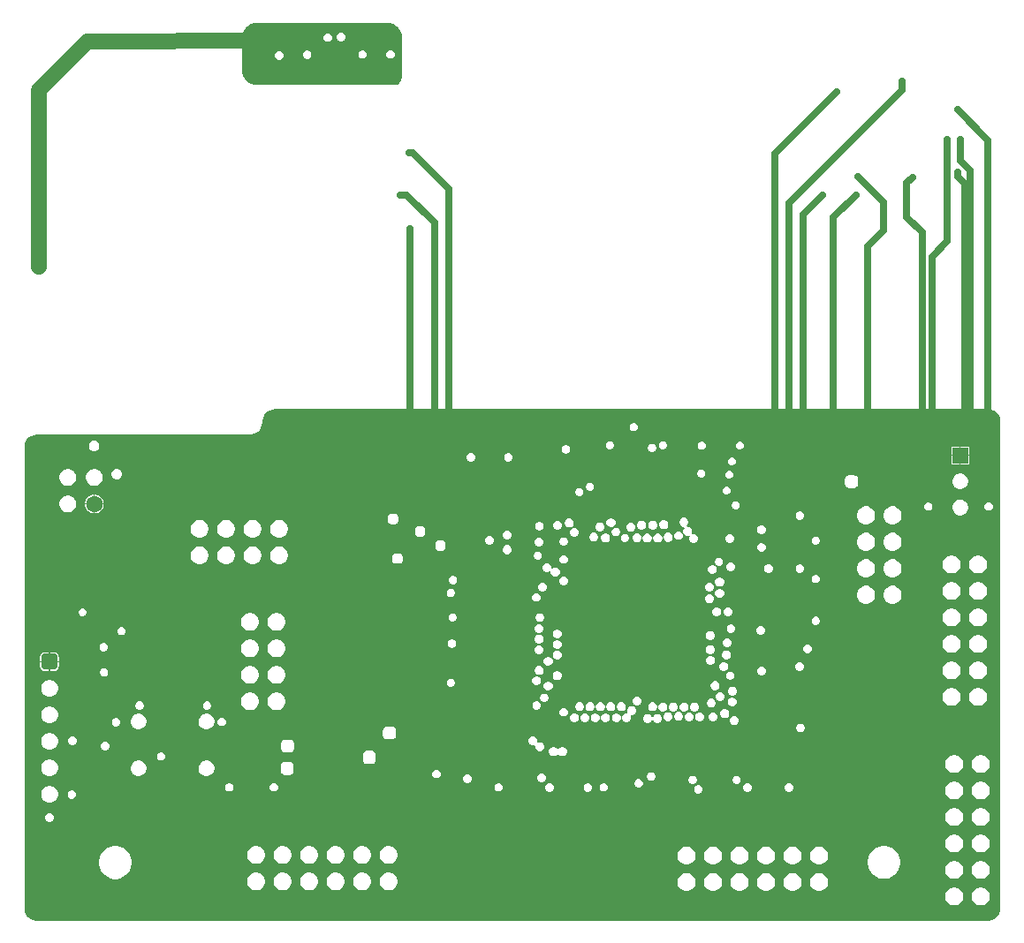
<source format=gbr>
G04*
G04 #@! TF.GenerationSoftware,Altium Limited,Altium Designer,25.1.2 (22)*
G04*
G04 Layer_Physical_Order=3*
G04 Layer_Color=16440176*
%FSLAX25Y25*%
%MOIN*%
G70*
G04*
G04 #@! TF.SameCoordinates,893A5706-FB09-4F9C-B22B-F6CD489B59D5*
G04*
G04*
G04 #@! TF.FilePolarity,Positive*
G04*
G01*
G75*
%ADD19C,0.01000*%
%ADD93C,0.08000*%
%ADD112C,0.02500*%
%ADD126R,0.05906X0.05906*%
%ADD128C,0.06299*%
%ADD132C,0.06000*%
G04:AMPARAMS|DCode=133|XSize=62.99mil|YSize=62.99mil|CornerRadius=15.75mil|HoleSize=0mil|Usage=FLASHONLY|Rotation=270.000|XOffset=0mil|YOffset=0mil|HoleType=Round|Shape=RoundedRectangle|*
%AMROUNDEDRECTD133*
21,1,0.06299,0.03150,0,0,270.0*
21,1,0.03150,0.06299,0,0,270.0*
1,1,0.03150,-0.01575,-0.01575*
1,1,0.03150,-0.01575,0.01575*
1,1,0.03150,0.01575,0.01575*
1,1,0.03150,0.01575,-0.01575*
%
%ADD133ROUNDEDRECTD133*%
%ADD135C,0.02756*%
%ADD136C,0.06000*%
G36*
X373858Y526508D02*
X374768Y526131D01*
X375587Y525584D01*
X376284Y524887D01*
X376831Y524068D01*
X377208Y523158D01*
X377400Y522192D01*
Y521700D01*
Y506680D01*
Y506206D01*
X377038Y505332D01*
X376368Y504662D01*
X375494Y504300D01*
X322607D01*
X321642Y504492D01*
X320732Y504869D01*
X319913Y505416D01*
X319216Y506113D01*
X318669Y506932D01*
X318292Y507842D01*
X318100Y508808D01*
Y509300D01*
Y521800D01*
Y522283D01*
X318288Y523229D01*
X318658Y524121D01*
X319194Y524924D01*
X319876Y525606D01*
X320679Y526142D01*
X321571Y526512D01*
X322517Y526700D01*
X372892D01*
X373858Y526508D01*
D02*
G37*
G36*
X600358Y381208D02*
X601268Y380831D01*
X602087Y380284D01*
X602784Y379587D01*
X603331Y378768D01*
X603597Y378126D01*
Y295800D01*
X603597Y192300D01*
Y191887D01*
X603440Y191094D01*
X603331Y190832D01*
X602784Y190013D01*
X602087Y189316D01*
X601268Y188769D01*
X600358Y188392D01*
X599393Y188200D01*
X239908D01*
X238942Y188392D01*
X238032Y188769D01*
X237213Y189316D01*
X236516Y190013D01*
X235969Y190832D01*
X235645Y191615D01*
X235603Y191825D01*
X235603Y192231D01*
Y209370D01*
X235603Y209371D01*
X235603Y368184D01*
X235969Y369068D01*
X236516Y369887D01*
X237213Y370584D01*
X238032Y371131D01*
X238942Y371508D01*
X239908Y371700D01*
X320700D01*
X321161Y371723D01*
X322064Y371902D01*
X322916Y372255D01*
X323682Y372767D01*
X324333Y373418D01*
X324845Y374184D01*
X325198Y375036D01*
X325377Y375939D01*
X325400Y376400D01*
Y376892D01*
X325592Y377858D01*
X325969Y378768D01*
X326516Y379587D01*
X327213Y380284D01*
X328032Y380831D01*
X328942Y381208D01*
X329907Y381400D01*
X599393D01*
X600358Y381208D01*
D02*
G37*
%LPC*%
G36*
X355416Y523290D02*
X354784D01*
X354199Y523048D01*
X353752Y522601D01*
X353509Y522016D01*
Y521384D01*
X353752Y520799D01*
X354199Y520352D01*
X354784Y520110D01*
X355416D01*
X356001Y520352D01*
X356448Y520799D01*
X356691Y521384D01*
Y522016D01*
X356448Y522601D01*
X356001Y523048D01*
X355416Y523290D01*
D02*
G37*
G36*
X350316Y523091D02*
X349684D01*
X349099Y522848D01*
X348652Y522401D01*
X348410Y521816D01*
Y521184D01*
X348652Y520599D01*
X349099Y520152D01*
X349684Y519909D01*
X350316D01*
X350901Y520152D01*
X351348Y520599D01*
X351590Y521184D01*
Y521816D01*
X351348Y522401D01*
X350901Y522848D01*
X350316Y523091D01*
D02*
G37*
G36*
X374016Y516790D02*
X373384D01*
X372799Y516548D01*
X372352Y516101D01*
X372110Y515516D01*
Y514884D01*
X372352Y514299D01*
X372799Y513852D01*
X373384Y513610D01*
X374016D01*
X374601Y513852D01*
X375048Y514299D01*
X375290Y514884D01*
Y515516D01*
X375048Y516101D01*
X374601Y516548D01*
X374016Y516790D01*
D02*
G37*
G36*
X363516D02*
X362884D01*
X362299Y516548D01*
X361852Y516101D01*
X361610Y515516D01*
Y514884D01*
X361852Y514299D01*
X362299Y513852D01*
X362884Y513610D01*
X363516D01*
X364101Y513852D01*
X364548Y514299D01*
X364791Y514884D01*
Y515516D01*
X364548Y516101D01*
X364101Y516548D01*
X363516Y516790D01*
D02*
G37*
G36*
X342616Y516590D02*
X341984D01*
X341399Y516348D01*
X340952Y515901D01*
X340709Y515316D01*
Y514684D01*
X340952Y514099D01*
X341399Y513652D01*
X341984Y513410D01*
X342616D01*
X343201Y513652D01*
X343648Y514099D01*
X343891Y514684D01*
Y515316D01*
X343648Y515901D01*
X343201Y516348D01*
X342616Y516590D01*
D02*
G37*
G36*
X332116Y516391D02*
X331484D01*
X330899Y516148D01*
X330452Y515701D01*
X330209Y515116D01*
Y514484D01*
X330452Y513899D01*
X330899Y513452D01*
X331484Y513209D01*
X332116D01*
X332701Y513452D01*
X333148Y513899D01*
X333390Y514484D01*
Y515116D01*
X333148Y515701D01*
X332701Y516148D01*
X332116Y516391D01*
D02*
G37*
G36*
X465816Y376091D02*
X465184D01*
X464599Y375848D01*
X464152Y375401D01*
X463909Y374816D01*
Y374184D01*
X464152Y373599D01*
X464599Y373152D01*
X465184Y372909D01*
X465816D01*
X466401Y373152D01*
X466848Y373599D01*
X467091Y374184D01*
Y374816D01*
X466848Y375401D01*
X466401Y375848D01*
X465816Y376091D01*
D02*
G37*
G36*
X476816Y369191D02*
X476184D01*
X475599Y368948D01*
X475152Y368501D01*
X474909Y367916D01*
Y367284D01*
X475152Y366699D01*
X475599Y366252D01*
X476184Y366009D01*
X476816D01*
X477401Y366252D01*
X477848Y366699D01*
X478090Y367284D01*
Y367916D01*
X477848Y368501D01*
X477401Y368948D01*
X476816Y369191D01*
D02*
G37*
G36*
X456816D02*
X456184D01*
X455599Y368948D01*
X455152Y368501D01*
X454910Y367916D01*
Y367284D01*
X455152Y366699D01*
X455599Y366252D01*
X456184Y366009D01*
X456816D01*
X457401Y366252D01*
X457848Y366699D01*
X458090Y367284D01*
Y367916D01*
X457848Y368501D01*
X457401Y368948D01*
X456816Y369191D01*
D02*
G37*
G36*
X505797Y368992D02*
X505203D01*
X504655Y368765D01*
X504235Y368345D01*
X504008Y367797D01*
Y367203D01*
X504235Y366655D01*
X504655Y366235D01*
X505203Y366008D01*
X505797D01*
X506345Y366235D01*
X506765Y366655D01*
X506992Y367203D01*
Y367797D01*
X506765Y368345D01*
X506345Y368765D01*
X505797Y368992D01*
D02*
G37*
G36*
X491516Y369091D02*
X490884D01*
X490299Y368848D01*
X489852Y368401D01*
X489609Y367816D01*
Y367184D01*
X489852Y366599D01*
X490299Y366152D01*
X490884Y365910D01*
X491516D01*
X492101Y366152D01*
X492548Y366599D01*
X492791Y367184D01*
Y367816D01*
X492548Y368401D01*
X492101Y368848D01*
X491516Y369091D01*
D02*
G37*
G36*
X262295Y369284D02*
X261505D01*
X260776Y368982D01*
X260218Y368424D01*
X259916Y367695D01*
Y366905D01*
X260218Y366176D01*
X260776Y365618D01*
X261505Y365316D01*
X262295D01*
X263024Y365618D01*
X263582Y366176D01*
X263884Y366905D01*
Y367695D01*
X263582Y368424D01*
X263024Y368982D01*
X262295Y369284D01*
D02*
G37*
G36*
X472716Y368191D02*
X472084D01*
X471499Y367948D01*
X471052Y367501D01*
X470810Y366916D01*
Y366284D01*
X471052Y365699D01*
X471499Y365252D01*
X472084Y365009D01*
X472716D01*
X473301Y365252D01*
X473748Y365699D01*
X473990Y366284D01*
Y366916D01*
X473748Y367501D01*
X473301Y367948D01*
X472716Y368191D01*
D02*
G37*
G36*
X440216Y367590D02*
X439584D01*
X438999Y367348D01*
X438552Y366901D01*
X438309Y366316D01*
Y365684D01*
X438552Y365099D01*
X438999Y364652D01*
X439584Y364409D01*
X440216D01*
X440801Y364652D01*
X441248Y365099D01*
X441491Y365684D01*
Y366316D01*
X441248Y366901D01*
X440801Y367348D01*
X440216Y367590D01*
D02*
G37*
G36*
X592053Y367195D02*
X588900D01*
Y364042D01*
X592053D01*
Y367195D01*
D02*
G37*
G36*
X588500D02*
X585347D01*
Y364042D01*
X588500D01*
Y367195D01*
D02*
G37*
G36*
X404416Y364690D02*
X403784D01*
X403199Y364448D01*
X402752Y364001D01*
X402509Y363416D01*
Y362784D01*
X402752Y362199D01*
X403199Y361752D01*
X403784Y361509D01*
X404416D01*
X405001Y361752D01*
X405448Y362199D01*
X405690Y362784D01*
Y363416D01*
X405448Y364001D01*
X405001Y364448D01*
X404416Y364690D01*
D02*
G37*
G36*
X418516Y364591D02*
X417884D01*
X417299Y364348D01*
X416852Y363901D01*
X416609Y363316D01*
Y362684D01*
X416852Y362099D01*
X417299Y361652D01*
X417884Y361409D01*
X418516D01*
X419101Y361652D01*
X419548Y362099D01*
X419791Y362684D01*
Y363316D01*
X419548Y363901D01*
X419101Y364348D01*
X418516Y364591D01*
D02*
G37*
G36*
X592053Y363643D02*
X588900D01*
Y360490D01*
X592053D01*
Y363643D01*
D02*
G37*
G36*
X588500D02*
X585347D01*
Y360490D01*
X588500D01*
Y363643D01*
D02*
G37*
G36*
X502804Y362985D02*
X502210D01*
X501662Y362758D01*
X501242Y362338D01*
X501015Y361790D01*
Y361196D01*
X501242Y360648D01*
X501662Y360228D01*
X502210Y360001D01*
X502804D01*
X503352Y360228D01*
X503772Y360648D01*
X503999Y361196D01*
Y361790D01*
X503772Y362338D01*
X503352Y362758D01*
X502804Y362985D01*
D02*
G37*
G36*
X491297Y358492D02*
X490703D01*
X490155Y358265D01*
X489735Y357845D01*
X489508Y357297D01*
Y356703D01*
X489735Y356155D01*
X490155Y355735D01*
X490703Y355508D01*
X491297D01*
X491845Y355735D01*
X492265Y356155D01*
X492492Y356703D01*
Y357297D01*
X492265Y357845D01*
X491845Y358265D01*
X491297Y358492D01*
D02*
G37*
G36*
X501797Y357992D02*
X501203D01*
X500655Y357765D01*
X500235Y357345D01*
X500008Y356797D01*
Y356203D01*
X500235Y355655D01*
X500655Y355235D01*
X501203Y355008D01*
X501797D01*
X502345Y355235D01*
X502765Y355655D01*
X502992Y356203D01*
Y356797D01*
X502765Y357345D01*
X502345Y357765D01*
X501797Y357992D01*
D02*
G37*
G36*
X270856Y358745D02*
X270066D01*
X269337Y358443D01*
X268779Y357885D01*
X268477Y357156D01*
Y356366D01*
X268779Y355637D01*
X269337Y355079D01*
X270066Y354777D01*
X270856D01*
X271585Y355079D01*
X272143Y355637D01*
X272445Y356366D01*
Y357156D01*
X272143Y357885D01*
X271585Y358443D01*
X270856Y358745D01*
D02*
G37*
G36*
X262417Y358665D02*
X261583D01*
X260778Y358450D01*
X260056Y358033D01*
X259467Y357444D01*
X259050Y356722D01*
X258835Y355917D01*
Y355083D01*
X259050Y354278D01*
X259467Y353556D01*
X260056Y352967D01*
X260778Y352550D01*
X261583Y352335D01*
X262417D01*
X263222Y352550D01*
X263944Y352967D01*
X264533Y353556D01*
X264950Y354278D01*
X265165Y355083D01*
Y355917D01*
X264950Y356722D01*
X264533Y357444D01*
X263944Y358033D01*
X263222Y358450D01*
X262417Y358665D01*
D02*
G37*
G36*
X252417D02*
X251583D01*
X250778Y358450D01*
X250056Y358033D01*
X249467Y357444D01*
X249050Y356722D01*
X248835Y355917D01*
Y355083D01*
X249050Y354278D01*
X249467Y353556D01*
X250056Y352967D01*
X250778Y352550D01*
X251583Y352335D01*
X252417D01*
X253222Y352550D01*
X253944Y352967D01*
X254533Y353556D01*
X254950Y354278D01*
X255165Y355083D01*
Y355917D01*
X254950Y356722D01*
X254533Y357444D01*
X253944Y358033D01*
X253222Y358450D01*
X252417Y358665D01*
D02*
G37*
G36*
X548600Y356327D02*
X546600D01*
X546054Y356219D01*
X545591Y355909D01*
X545281Y355446D01*
X545173Y354900D01*
Y352900D01*
X545281Y352354D01*
X545591Y351891D01*
X546054Y351581D01*
X546600Y351473D01*
X548600D01*
X549146Y351581D01*
X549609Y351891D01*
X549919Y352354D01*
X550027Y352900D01*
Y354900D01*
X549919Y355446D01*
X549609Y355909D01*
X549146Y356219D01*
X548600Y356327D01*
D02*
G37*
G36*
X589091Y356968D02*
X588309D01*
X587554Y356766D01*
X586877Y356375D01*
X586325Y355823D01*
X585934Y355146D01*
X585732Y354391D01*
Y353609D01*
X585934Y352854D01*
X586325Y352177D01*
X586877Y351625D01*
X587554Y351234D01*
X588309Y351031D01*
X589091D01*
X589846Y351234D01*
X590523Y351625D01*
X591075Y352177D01*
X591466Y352854D01*
X591669Y353609D01*
Y354391D01*
X591466Y355146D01*
X591075Y355823D01*
X590523Y356375D01*
X589846Y356766D01*
X589091Y356968D01*
D02*
G37*
G36*
X449297Y353492D02*
X448703D01*
X448155Y353265D01*
X447735Y352845D01*
X447508Y352297D01*
Y351703D01*
X447735Y351155D01*
X448155Y350735D01*
X448703Y350508D01*
X449297D01*
X449845Y350735D01*
X450265Y351155D01*
X450492Y351703D01*
Y352297D01*
X450265Y352845D01*
X449845Y353265D01*
X449297Y353492D01*
D02*
G37*
G36*
X500797Y351992D02*
X500203D01*
X499655Y351765D01*
X499235Y351345D01*
X499008Y350797D01*
Y350203D01*
X499235Y349655D01*
X499655Y349235D01*
X500203Y349008D01*
X500797D01*
X501345Y349235D01*
X501765Y349655D01*
X501992Y350203D01*
Y350797D01*
X501765Y351345D01*
X501345Y351765D01*
X500797Y351992D01*
D02*
G37*
G36*
X445297Y351492D02*
X444703D01*
X444155Y351265D01*
X443735Y350845D01*
X443508Y350297D01*
Y349703D01*
X443735Y349155D01*
X444155Y348735D01*
X444703Y348508D01*
X445297D01*
X445845Y348735D01*
X446265Y349155D01*
X446492Y349703D01*
Y350297D01*
X446265Y350845D01*
X445845Y351265D01*
X445297Y351492D01*
D02*
G37*
G36*
X262467Y349050D02*
X262200D01*
Y345700D01*
X265550D01*
Y345967D01*
X265308Y346870D01*
X264840Y347679D01*
X264179Y348340D01*
X263370Y348808D01*
X262467Y349050D01*
D02*
G37*
G36*
X261800D02*
X261533D01*
X260630Y348808D01*
X259821Y348340D01*
X259160Y347679D01*
X258692Y346870D01*
X258450Y345967D01*
Y345700D01*
X261800D01*
Y349050D01*
D02*
G37*
G36*
X504297Y346492D02*
X503703D01*
X503155Y346265D01*
X502735Y345845D01*
X502508Y345297D01*
Y344703D01*
X502735Y344155D01*
X503155Y343735D01*
X503703Y343508D01*
X504297D01*
X504845Y343735D01*
X505265Y344155D01*
X505492Y344703D01*
Y345297D01*
X505265Y345845D01*
X504845Y346265D01*
X504297Y346492D01*
D02*
G37*
G36*
X599716Y346091D02*
X599084D01*
X598499Y345848D01*
X598052Y345401D01*
X597810Y344816D01*
Y344184D01*
X598052Y343599D01*
X598499Y343152D01*
X599084Y342910D01*
X599716D01*
X600301Y343152D01*
X600748Y343599D01*
X600990Y344184D01*
Y344816D01*
X600748Y345401D01*
X600301Y345848D01*
X599716Y346091D01*
D02*
G37*
G36*
X576916D02*
X576284D01*
X575699Y345848D01*
X575252Y345401D01*
X575009Y344816D01*
Y344184D01*
X575252Y343599D01*
X575699Y343152D01*
X576284Y342910D01*
X576916D01*
X577501Y343152D01*
X577948Y343599D01*
X578191Y344184D01*
Y344816D01*
X577948Y345401D01*
X577501Y345848D01*
X576916Y346091D01*
D02*
G37*
G36*
X252417Y348665D02*
X251583D01*
X250778Y348450D01*
X250056Y348033D01*
X249467Y347444D01*
X249050Y346722D01*
X248835Y345917D01*
Y345083D01*
X249050Y344278D01*
X249467Y343556D01*
X250056Y342967D01*
X250778Y342550D01*
X251583Y342335D01*
X252417D01*
X253222Y342550D01*
X253944Y342967D01*
X254533Y343556D01*
X254950Y344278D01*
X255165Y345083D01*
Y345917D01*
X254950Y346722D01*
X254533Y347444D01*
X253944Y348033D01*
X253222Y348450D01*
X252417Y348665D01*
D02*
G37*
G36*
X265550Y345300D02*
X262200D01*
Y341950D01*
X262467D01*
X263370Y342192D01*
X264179Y342660D01*
X264840Y343320D01*
X265308Y344130D01*
X265550Y345033D01*
Y345300D01*
D02*
G37*
G36*
X261800D02*
X258450D01*
Y345033D01*
X258692Y344130D01*
X259160Y343320D01*
X259821Y342660D01*
X260630Y342192D01*
X261533Y341950D01*
X261800D01*
Y345300D01*
D02*
G37*
G36*
X589091Y347126D02*
X588309D01*
X587554Y346924D01*
X586877Y346533D01*
X586325Y345980D01*
X585934Y345303D01*
X585732Y344548D01*
Y343767D01*
X585934Y343012D01*
X586325Y342335D01*
X586877Y341782D01*
X587554Y341391D01*
X588309Y341189D01*
X589091D01*
X589846Y341391D01*
X590523Y341782D01*
X591075Y342335D01*
X591466Y343012D01*
X591669Y343767D01*
Y344548D01*
X591466Y345303D01*
X591075Y345980D01*
X590523Y346533D01*
X589846Y346924D01*
X589091Y347126D01*
D02*
G37*
G36*
X528476Y342640D02*
X527844D01*
X527259Y342398D01*
X526811Y341951D01*
X526569Y341366D01*
Y340734D01*
X526811Y340149D01*
X527259Y339702D01*
X527844Y339459D01*
X528476D01*
X529061Y339702D01*
X529508Y340149D01*
X529750Y340734D01*
Y341366D01*
X529508Y341951D01*
X529061Y342398D01*
X528476Y342640D01*
D02*
G37*
G36*
X375450Y341722D02*
X373950D01*
X373501Y341633D01*
X373121Y341379D01*
X372867Y340999D01*
X372778Y340550D01*
Y339050D01*
X372867Y338601D01*
X373121Y338221D01*
X373501Y337967D01*
X373950Y337877D01*
X375450D01*
X375899Y337967D01*
X376279Y338221D01*
X376533Y338601D01*
X376623Y339050D01*
Y340550D01*
X376533Y340999D01*
X376279Y341379D01*
X375899Y341633D01*
X375450Y341722D01*
D02*
G37*
G36*
X563576Y344565D02*
X562681D01*
X561816Y344334D01*
X561041Y343886D01*
X560408Y343253D01*
X559960Y342478D01*
X559728Y341613D01*
Y340718D01*
X559960Y339853D01*
X560408Y339078D01*
X561041Y338445D01*
X561816Y337997D01*
X562681Y337765D01*
X563576D01*
X564441Y337997D01*
X565216Y338445D01*
X565849Y339078D01*
X566297Y339853D01*
X566528Y340718D01*
Y341613D01*
X566297Y342478D01*
X565849Y343253D01*
X565216Y343886D01*
X564441Y344334D01*
X563576Y344565D01*
D02*
G37*
G36*
X553576D02*
X552681D01*
X551816Y344334D01*
X551041Y343886D01*
X550408Y343253D01*
X549960Y342478D01*
X549728Y341613D01*
Y340718D01*
X549960Y339853D01*
X550408Y339078D01*
X551041Y338445D01*
X551816Y337997D01*
X552681Y337765D01*
X553576D01*
X554441Y337997D01*
X555216Y338445D01*
X555849Y339078D01*
X556297Y339853D01*
X556528Y340718D01*
Y341613D01*
X556297Y342478D01*
X555849Y343253D01*
X555216Y343886D01*
X554441Y344334D01*
X553576Y344565D01*
D02*
G37*
G36*
X457247Y340024D02*
X456578D01*
X455960Y339768D01*
X455487Y339295D01*
X455231Y338678D01*
Y338009D01*
X455487Y337391D01*
X455960Y336918D01*
X456578Y336662D01*
X457247D01*
X457865Y336918D01*
X458337Y337391D01*
X458593Y338009D01*
Y338678D01*
X458337Y339295D01*
X457865Y339768D01*
X457247Y340024D01*
D02*
G37*
G36*
X441512Y339940D02*
X440844D01*
X440226Y339684D01*
X439753Y339211D01*
X439497Y338593D01*
Y337925D01*
X439753Y337307D01*
X440226Y336834D01*
X440844Y336578D01*
X441512D01*
X442130Y336834D01*
X442603Y337307D01*
X442859Y337925D01*
Y338593D01*
X442603Y339211D01*
X442130Y339684D01*
X441512Y339940D01*
D02*
G37*
G36*
X477149Y339315D02*
X476480D01*
X475862Y339059D01*
X475389Y338586D01*
X475134Y337969D01*
Y337300D01*
X475389Y336682D01*
X475862Y336209D01*
X476480Y335953D01*
X477149D01*
X477767Y336209D01*
X478240Y336682D01*
X478496Y337300D01*
Y337969D01*
X478240Y338586D01*
X477767Y339059D01*
X477149Y339315D01*
D02*
G37*
G36*
X472987Y339181D02*
X472318D01*
X471700Y338925D01*
X471227Y338452D01*
X470971Y337834D01*
Y337166D01*
X471227Y336548D01*
X471700Y336075D01*
X472318Y335819D01*
X472987D01*
X473605Y336075D01*
X474078Y336548D01*
X474333Y337166D01*
Y337834D01*
X474078Y338452D01*
X473605Y338925D01*
X472987Y339181D01*
D02*
G37*
G36*
X468824D02*
X468156D01*
X467538Y338925D01*
X467065Y338452D01*
X466809Y337834D01*
Y337166D01*
X467065Y336548D01*
X467538Y336075D01*
X468156Y335819D01*
X468824D01*
X469442Y336075D01*
X469915Y336548D01*
X470171Y337166D01*
Y337834D01*
X469915Y338452D01*
X469442Y338925D01*
X468824Y339181D01*
D02*
G37*
G36*
X437116Y338990D02*
X436484D01*
X435899Y338748D01*
X435452Y338301D01*
X435210Y337716D01*
Y337084D01*
X435452Y336499D01*
X435899Y336052D01*
X436484Y335809D01*
X437116D01*
X437701Y336052D01*
X438148Y336499D01*
X438390Y337084D01*
Y337716D01*
X438148Y338301D01*
X437701Y338748D01*
X437116Y338990D01*
D02*
G37*
G36*
X430216Y338591D02*
X429584D01*
X428999Y338348D01*
X428552Y337901D01*
X428309Y337316D01*
Y336684D01*
X428552Y336099D01*
X428999Y335652D01*
X429584Y335409D01*
X430216D01*
X430801Y335652D01*
X431248Y336099D01*
X431491Y336684D01*
Y337316D01*
X431248Y337901D01*
X430801Y338348D01*
X430216Y338591D01*
D02*
G37*
G36*
X453084Y338491D02*
X452416D01*
X451798Y338235D01*
X451325Y337762D01*
X451069Y337144D01*
Y336475D01*
X451325Y335857D01*
X451798Y335384D01*
X452416Y335129D01*
X453084D01*
X453702Y335384D01*
X454175Y335857D01*
X454431Y336475D01*
Y337144D01*
X454175Y337762D01*
X453702Y338235D01*
X453084Y338491D01*
D02*
G37*
G36*
X464662Y338285D02*
X463994D01*
X463376Y338029D01*
X462903Y337556D01*
X462647Y336938D01*
Y336269D01*
X462903Y335651D01*
X463376Y335179D01*
X463994Y334923D01*
X464662D01*
X465280Y335179D01*
X465753Y335651D01*
X466009Y336269D01*
Y336938D01*
X465753Y337556D01*
X465280Y338029D01*
X464662Y338285D01*
D02*
G37*
G36*
X513986Y337430D02*
X513317D01*
X512699Y337174D01*
X512226Y336701D01*
X511970Y336083D01*
Y335414D01*
X512226Y334797D01*
X512699Y334324D01*
X513317Y334068D01*
X513986D01*
X514603Y334324D01*
X515076Y334797D01*
X515332Y335414D01*
Y336083D01*
X515076Y336701D01*
X514603Y337174D01*
X513986Y337430D01*
D02*
G37*
G36*
X459127Y336491D02*
X458494D01*
X457909Y336248D01*
X457462Y335801D01*
X457220Y335216D01*
Y334584D01*
X457462Y333999D01*
X457909Y333552D01*
X458494Y333310D01*
X459127D01*
X459711Y333552D01*
X460159Y333999D01*
X460401Y334584D01*
Y335216D01*
X460159Y335801D01*
X459711Y336248D01*
X459127Y336491D01*
D02*
G37*
G36*
X385650Y337022D02*
X384150D01*
X383701Y336933D01*
X383321Y336679D01*
X383067Y336299D01*
X382978Y335850D01*
Y334350D01*
X383067Y333901D01*
X383321Y333521D01*
X383701Y333267D01*
X384150Y333177D01*
X385650D01*
X386099Y333267D01*
X386479Y333521D01*
X386733Y333901D01*
X386823Y334350D01*
Y335850D01*
X386733Y336299D01*
X386479Y336679D01*
X386099Y336933D01*
X385650Y337022D01*
D02*
G37*
G36*
X443397Y336398D02*
X442728D01*
X442110Y336142D01*
X441637Y335669D01*
X441381Y335051D01*
Y334382D01*
X441637Y333764D01*
X442110Y333291D01*
X442728Y333035D01*
X443397D01*
X444015Y333291D01*
X444487Y333764D01*
X444743Y334382D01*
Y335051D01*
X444487Y335669D01*
X444015Y336142D01*
X443397Y336398D01*
D02*
G37*
G36*
X332148Y339500D02*
X331252D01*
X330388Y339268D01*
X329612Y338821D01*
X328979Y338188D01*
X328532Y337412D01*
X328300Y336548D01*
Y335652D01*
X328532Y334788D01*
X328979Y334012D01*
X329612Y333379D01*
X330388Y332932D01*
X331252Y332700D01*
X332148D01*
X333012Y332932D01*
X333788Y333379D01*
X334421Y334012D01*
X334868Y334788D01*
X335100Y335652D01*
Y336548D01*
X334868Y337412D01*
X334421Y338188D01*
X333788Y338821D01*
X333012Y339268D01*
X332148Y339500D01*
D02*
G37*
G36*
X322148D02*
X321252D01*
X320388Y339268D01*
X319612Y338821D01*
X318979Y338188D01*
X318532Y337412D01*
X318300Y336548D01*
Y335652D01*
X318532Y334788D01*
X318979Y334012D01*
X319612Y333379D01*
X320388Y332932D01*
X321252Y332700D01*
X322148D01*
X323012Y332932D01*
X323788Y333379D01*
X324421Y334012D01*
X324868Y334788D01*
X325100Y335652D01*
Y336548D01*
X324868Y337412D01*
X324421Y338188D01*
X323788Y338821D01*
X323012Y339268D01*
X322148Y339500D01*
D02*
G37*
G36*
X312148D02*
X311252D01*
X310388Y339268D01*
X309612Y338821D01*
X308979Y338188D01*
X308532Y337412D01*
X308300Y336548D01*
Y335652D01*
X308532Y334788D01*
X308979Y334012D01*
X309612Y333379D01*
X310388Y332932D01*
X311252Y332700D01*
X312148D01*
X313012Y332932D01*
X313788Y333379D01*
X314421Y334012D01*
X314868Y334788D01*
X315100Y335652D01*
Y336548D01*
X314868Y337412D01*
X314421Y338188D01*
X313788Y338821D01*
X313012Y339268D01*
X312148Y339500D01*
D02*
G37*
G36*
X302148D02*
X301252D01*
X300388Y339268D01*
X299612Y338821D01*
X298979Y338188D01*
X298532Y337412D01*
X298300Y336548D01*
Y335652D01*
X298532Y334788D01*
X298979Y334012D01*
X299612Y333379D01*
X300388Y332932D01*
X301252Y332700D01*
X302148D01*
X303012Y332932D01*
X303788Y333379D01*
X304421Y334012D01*
X304868Y334788D01*
X305100Y335652D01*
Y336548D01*
X304868Y337412D01*
X304421Y338188D01*
X303788Y338821D01*
X303012Y339268D01*
X302148Y339500D01*
D02*
G37*
G36*
X418116Y335337D02*
X417484D01*
X416899Y335094D01*
X416452Y334647D01*
X416210Y334062D01*
Y333430D01*
X416452Y332845D01*
X416899Y332398D01*
X417484Y332155D01*
X418116D01*
X418701Y332398D01*
X419148Y332845D01*
X419390Y333430D01*
Y334062D01*
X419148Y334647D01*
X418701Y335094D01*
X418116Y335337D01*
D02*
G37*
G36*
X482716Y335090D02*
X482084D01*
X481499Y334848D01*
X481052Y334401D01*
X480809Y333816D01*
Y333184D01*
X481052Y332599D01*
X481499Y332152D01*
X482084Y331909D01*
X482716D01*
X483301Y332152D01*
X483748Y332599D01*
X483990Y333184D01*
Y333816D01*
X483748Y334401D01*
X483301Y334848D01*
X482716Y335090D01*
D02*
G37*
G36*
X450721Y334596D02*
X450052D01*
X449434Y334340D01*
X448961Y333867D01*
X448705Y333249D01*
Y332581D01*
X448961Y331963D01*
X449434Y331490D01*
X450052Y331234D01*
X450721D01*
X451338Y331490D01*
X451811Y331963D01*
X452067Y332581D01*
Y333249D01*
X451811Y333867D01*
X451338Y334340D01*
X450721Y334596D01*
D02*
G37*
G36*
X478830Y334578D02*
X478161D01*
X477543Y334322D01*
X477070Y333850D01*
X476814Y333232D01*
Y332563D01*
X477070Y331945D01*
X477543Y331472D01*
X478161Y331216D01*
X478830D01*
X479448Y331472D01*
X479920Y331945D01*
X480176Y332563D01*
Y333232D01*
X479920Y333850D01*
X479448Y334322D01*
X478830Y334578D01*
D02*
G37*
G36*
X462513Y334178D02*
X461880D01*
X461296Y333936D01*
X460849Y333489D01*
X460606Y332904D01*
Y332271D01*
X460849Y331687D01*
X461296Y331239D01*
X461880Y330997D01*
X462513D01*
X463098Y331239D01*
X463545Y331687D01*
X463787Y332271D01*
Y332904D01*
X463545Y333489D01*
X463098Y333936D01*
X462513Y334178D01*
D02*
G37*
G36*
X467019Y334303D02*
X466350D01*
X465732Y334047D01*
X465259Y333574D01*
X465003Y332956D01*
Y332288D01*
X465259Y331670D01*
X465732Y331197D01*
X466350Y330941D01*
X467019D01*
X467636Y331197D01*
X468109Y331670D01*
X468365Y332288D01*
Y332956D01*
X468109Y333574D01*
X467636Y334047D01*
X467019Y334303D01*
D02*
G37*
G36*
X455208D02*
X454539D01*
X453921Y334047D01*
X453448Y333574D01*
X453192Y332956D01*
Y332288D01*
X453448Y331670D01*
X453921Y331197D01*
X454539Y330941D01*
X455208D01*
X455826Y331197D01*
X456298Y331670D01*
X456554Y332288D01*
Y332956D01*
X456298Y333574D01*
X455826Y334047D01*
X455208Y334303D01*
D02*
G37*
G36*
X474893Y334269D02*
X474224D01*
X473606Y334013D01*
X473133Y333540D01*
X472877Y332922D01*
Y332253D01*
X473133Y331635D01*
X473606Y331163D01*
X474224Y330907D01*
X474893D01*
X475511Y331163D01*
X475983Y331635D01*
X476239Y332253D01*
Y332922D01*
X475983Y333540D01*
X475511Y334013D01*
X474893Y334269D01*
D02*
G37*
G36*
X470906D02*
X470237D01*
X469619Y334013D01*
X469146Y333540D01*
X468890Y332922D01*
Y332253D01*
X469146Y331635D01*
X469619Y331163D01*
X470237Y330907D01*
X470906D01*
X471524Y331163D01*
X471996Y331635D01*
X472252Y332253D01*
Y332922D01*
X471996Y333540D01*
X471524Y334013D01*
X470906Y334269D01*
D02*
G37*
G36*
X502016Y333991D02*
X501384D01*
X500799Y333748D01*
X500352Y333301D01*
X500109Y332716D01*
Y332084D01*
X500352Y331499D01*
X500799Y331052D01*
X501384Y330809D01*
X502016D01*
X502601Y331052D01*
X503048Y331499D01*
X503291Y332084D01*
Y332716D01*
X503048Y333301D01*
X502601Y333748D01*
X502016Y333991D01*
D02*
G37*
G36*
X484735Y340249D02*
X484066D01*
X483449Y339993D01*
X482976Y339520D01*
X482720Y338902D01*
Y338233D01*
X482976Y337615D01*
X483449Y337143D01*
X484066Y336887D01*
X484564D01*
X484730Y336487D01*
X484394Y336151D01*
X484138Y335533D01*
Y334864D01*
X484394Y334247D01*
X484867Y333774D01*
X485485Y333518D01*
X486154D01*
X486383Y333613D01*
X486528Y333483D01*
X486649Y333290D01*
X486419Y332734D01*
Y332066D01*
X486675Y331448D01*
X487148Y330975D01*
X487766Y330719D01*
X488434D01*
X489052Y330975D01*
X489525Y331448D01*
X489781Y332066D01*
Y332734D01*
X489525Y333352D01*
X489052Y333825D01*
X488434Y334081D01*
X487766D01*
X487537Y333986D01*
X487391Y334116D01*
X487270Y334309D01*
X487500Y334864D01*
Y335533D01*
X487244Y336151D01*
X486772Y336624D01*
X486154Y336880D01*
X485656D01*
X485490Y337280D01*
X485826Y337615D01*
X486082Y338233D01*
Y338902D01*
X485826Y339520D01*
X485353Y339993D01*
X484735Y340249D01*
D02*
G37*
G36*
X411316Y333291D02*
X410684D01*
X410099Y333048D01*
X409652Y332601D01*
X409410Y332016D01*
Y331384D01*
X409652Y330799D01*
X410099Y330352D01*
X410684Y330110D01*
X411316D01*
X411901Y330352D01*
X412348Y330799D01*
X412591Y331384D01*
Y332016D01*
X412348Y332601D01*
X411901Y333048D01*
X411316Y333291D01*
D02*
G37*
G36*
X534516Y333190D02*
X533884D01*
X533299Y332948D01*
X532852Y332501D01*
X532610Y331916D01*
Y331284D01*
X532852Y330699D01*
X533299Y330252D01*
X533884Y330010D01*
X534516D01*
X535101Y330252D01*
X535548Y330699D01*
X535790Y331284D01*
Y331916D01*
X535548Y332501D01*
X535101Y332948D01*
X534516Y333190D01*
D02*
G37*
G36*
X439444Y332852D02*
X438812D01*
X438227Y332610D01*
X437780Y332163D01*
X437537Y331578D01*
Y330945D01*
X437780Y330361D01*
X438227Y329913D01*
X438812Y329671D01*
X439444D01*
X440029Y329913D01*
X440476Y330361D01*
X440719Y330945D01*
Y331578D01*
X440476Y332163D01*
X440029Y332610D01*
X439444Y332852D01*
D02*
G37*
G36*
X430116Y332591D02*
X429484D01*
X428899Y332348D01*
X428452Y331901D01*
X428209Y331316D01*
Y330684D01*
X428452Y330099D01*
X428899Y329652D01*
X429484Y329410D01*
X430116D01*
X430701Y329652D01*
X431148Y330099D01*
X431390Y330684D01*
Y331316D01*
X431148Y331901D01*
X430701Y332348D01*
X430116Y332591D01*
D02*
G37*
G36*
X393350Y331722D02*
X391850D01*
X391401Y331633D01*
X391021Y331379D01*
X390767Y330999D01*
X390677Y330550D01*
Y329050D01*
X390767Y328601D01*
X391021Y328221D01*
X391401Y327967D01*
X391850Y327877D01*
X393350D01*
X393799Y327967D01*
X394179Y328221D01*
X394433Y328601D01*
X394523Y329050D01*
Y330550D01*
X394433Y330999D01*
X394179Y331379D01*
X393799Y331633D01*
X393350Y331722D01*
D02*
G37*
G36*
X563576Y334565D02*
X562681D01*
X561816Y334334D01*
X561041Y333886D01*
X560408Y333253D01*
X559960Y332478D01*
X559728Y331613D01*
Y330718D01*
X559960Y329853D01*
X560408Y329078D01*
X561041Y328445D01*
X561816Y327997D01*
X562681Y327765D01*
X563576D01*
X564441Y327997D01*
X565216Y328445D01*
X565849Y329078D01*
X566297Y329853D01*
X566528Y330718D01*
Y331613D01*
X566297Y332478D01*
X565849Y333253D01*
X565216Y333886D01*
X564441Y334334D01*
X563576Y334565D01*
D02*
G37*
G36*
X553576D02*
X552681D01*
X551816Y334334D01*
X551041Y333886D01*
X550408Y333253D01*
X549960Y332478D01*
X549728Y331613D01*
Y330718D01*
X549960Y329853D01*
X550408Y329078D01*
X551041Y328445D01*
X551816Y327997D01*
X552681Y327765D01*
X553576D01*
X554441Y327997D01*
X555216Y328445D01*
X555849Y329078D01*
X556297Y329853D01*
X556528Y330718D01*
Y331613D01*
X556297Y332478D01*
X555849Y333253D01*
X555216Y333886D01*
X554441Y334334D01*
X553576Y334565D01*
D02*
G37*
G36*
X513968Y330733D02*
X513335D01*
X512750Y330491D01*
X512303Y330044D01*
X512061Y329459D01*
Y328826D01*
X512303Y328242D01*
X512750Y327794D01*
X513335Y327552D01*
X513968D01*
X514552Y327794D01*
X515000Y328242D01*
X515242Y328826D01*
Y329459D01*
X515000Y330044D01*
X514552Y330491D01*
X513968Y330733D01*
D02*
G37*
G36*
X418134Y329902D02*
X417466D01*
X416848Y329646D01*
X416375Y329173D01*
X416119Y328556D01*
Y327887D01*
X416375Y327269D01*
X416848Y326796D01*
X417466Y326540D01*
X418134D01*
X418752Y326796D01*
X419225Y327269D01*
X419481Y327887D01*
Y328556D01*
X419225Y329173D01*
X418752Y329646D01*
X418134Y329902D01*
D02*
G37*
G36*
X429614Y327497D02*
X428981D01*
X428397Y327255D01*
X427949Y326807D01*
X427707Y326223D01*
Y325590D01*
X427949Y325005D01*
X428397Y324558D01*
X428981Y324316D01*
X429614D01*
X430198Y324558D01*
X430646Y325005D01*
X430888Y325590D01*
Y326223D01*
X430646Y326807D01*
X430198Y327255D01*
X429614Y327497D01*
D02*
G37*
G36*
X377150Y326822D02*
X375650D01*
X375201Y326733D01*
X374821Y326479D01*
X374567Y326099D01*
X374478Y325650D01*
Y324150D01*
X374567Y323701D01*
X374821Y323321D01*
X375201Y323067D01*
X375650Y322977D01*
X377150D01*
X377599Y323067D01*
X377979Y323321D01*
X378233Y323701D01*
X378323Y324150D01*
Y325650D01*
X378233Y326099D01*
X377979Y326479D01*
X377599Y326733D01*
X377150Y326822D01*
D02*
G37*
G36*
X439416Y326078D02*
X438784D01*
X438199Y325836D01*
X437752Y325389D01*
X437509Y324804D01*
Y324171D01*
X437752Y323587D01*
X438199Y323139D01*
X438784Y322897D01*
X439416D01*
X440001Y323139D01*
X440448Y323587D01*
X440691Y324171D01*
Y324804D01*
X440448Y325389D01*
X440001Y325836D01*
X439416Y326078D01*
D02*
G37*
G36*
X332148Y329500D02*
X331252D01*
X330388Y329268D01*
X329612Y328821D01*
X328979Y328188D01*
X328532Y327412D01*
X328300Y326548D01*
Y325652D01*
X328532Y324788D01*
X328979Y324012D01*
X329612Y323379D01*
X330388Y322932D01*
X331252Y322700D01*
X332148D01*
X333012Y322932D01*
X333788Y323379D01*
X334421Y324012D01*
X334868Y324788D01*
X335100Y325652D01*
Y326548D01*
X334868Y327412D01*
X334421Y328188D01*
X333788Y328821D01*
X333012Y329268D01*
X332148Y329500D01*
D02*
G37*
G36*
X322148D02*
X321252D01*
X320388Y329268D01*
X319612Y328821D01*
X318979Y328188D01*
X318532Y327412D01*
X318300Y326548D01*
Y325652D01*
X318532Y324788D01*
X318979Y324012D01*
X319612Y323379D01*
X320388Y322932D01*
X321252Y322700D01*
X322148D01*
X323012Y322932D01*
X323788Y323379D01*
X324421Y324012D01*
X324868Y324788D01*
X325100Y325652D01*
Y326548D01*
X324868Y327412D01*
X324421Y328188D01*
X323788Y328821D01*
X323012Y329268D01*
X322148Y329500D01*
D02*
G37*
G36*
X312148D02*
X311252D01*
X310388Y329268D01*
X309612Y328821D01*
X308979Y328188D01*
X308532Y327412D01*
X308300Y326548D01*
Y325652D01*
X308532Y324788D01*
X308979Y324012D01*
X309612Y323379D01*
X310388Y322932D01*
X311252Y322700D01*
X312148D01*
X313012Y322932D01*
X313788Y323379D01*
X314421Y324012D01*
X314868Y324788D01*
X315100Y325652D01*
Y326548D01*
X314868Y327412D01*
X314421Y328188D01*
X313788Y328821D01*
X313012Y329268D01*
X312148Y329500D01*
D02*
G37*
G36*
X302148D02*
X301252D01*
X300388Y329268D01*
X299612Y328821D01*
X298979Y328188D01*
X298532Y327412D01*
X298300Y326548D01*
Y325652D01*
X298532Y324788D01*
X298979Y324012D01*
X299612Y323379D01*
X300388Y322932D01*
X301252Y322700D01*
X302148D01*
X303012Y322932D01*
X303788Y323379D01*
X304421Y324012D01*
X304868Y324788D01*
X305100Y325652D01*
Y326548D01*
X304868Y327412D01*
X304421Y328188D01*
X303788Y328821D01*
X303012Y329268D01*
X302148Y329500D01*
D02*
G37*
G36*
X497947Y325169D02*
X497314D01*
X496729Y324927D01*
X496282Y324479D01*
X496040Y323895D01*
Y323262D01*
X496282Y322677D01*
X496729Y322230D01*
X497314Y321988D01*
X497947D01*
X498531Y322230D01*
X498979Y322677D01*
X499221Y323262D01*
Y323895D01*
X498979Y324479D01*
X498531Y324927D01*
X497947Y325169D01*
D02*
G37*
G36*
X502430Y323386D02*
X501761D01*
X501143Y323130D01*
X500670Y322657D01*
X500415Y322040D01*
Y321371D01*
X500670Y320753D01*
X501143Y320280D01*
X501761Y320024D01*
X502430D01*
X503048Y320280D01*
X503521Y320753D01*
X503777Y321371D01*
Y322040D01*
X503521Y322657D01*
X503048Y323130D01*
X502430Y323386D01*
D02*
G37*
G36*
X528516Y322691D02*
X527884D01*
X527299Y322448D01*
X526852Y322001D01*
X526610Y321416D01*
Y320784D01*
X526852Y320199D01*
X527299Y319752D01*
X527884Y319510D01*
X528516D01*
X529101Y319752D01*
X529548Y320199D01*
X529790Y320784D01*
Y321416D01*
X529548Y322001D01*
X529101Y322448D01*
X528516Y322691D01*
D02*
G37*
G36*
X516621Y322781D02*
X515952D01*
X515334Y322525D01*
X514861Y322052D01*
X514606Y321434D01*
Y320766D01*
X514861Y320148D01*
X515334Y319675D01*
X515952Y319419D01*
X516621D01*
X517239Y319675D01*
X517712Y320148D01*
X517968Y320766D01*
Y321434D01*
X517712Y322052D01*
X517239Y322525D01*
X516621Y322781D01*
D02*
G37*
G36*
X595848Y326100D02*
X594952D01*
X594088Y325868D01*
X593312Y325421D01*
X592679Y324788D01*
X592232Y324012D01*
X592000Y323148D01*
Y322252D01*
X592232Y321388D01*
X592679Y320612D01*
X593312Y319979D01*
X594088Y319532D01*
X594952Y319300D01*
X595848D01*
X596712Y319532D01*
X597488Y319979D01*
X598121Y320612D01*
X598568Y321388D01*
X598800Y322252D01*
Y323148D01*
X598568Y324012D01*
X598121Y324788D01*
X597488Y325421D01*
X596712Y325868D01*
X595848Y326100D01*
D02*
G37*
G36*
X585848D02*
X584952D01*
X584088Y325868D01*
X583312Y325421D01*
X582679Y324788D01*
X582232Y324012D01*
X582000Y323148D01*
Y322252D01*
X582232Y321388D01*
X582679Y320612D01*
X583312Y319979D01*
X584088Y319532D01*
X584952Y319300D01*
X585848D01*
X586712Y319532D01*
X587488Y319979D01*
X588121Y320612D01*
X588568Y321388D01*
X588800Y322252D01*
Y323148D01*
X588568Y324012D01*
X588121Y324788D01*
X587488Y325421D01*
X586712Y325868D01*
X585848Y326100D01*
D02*
G37*
G36*
X495541Y322432D02*
X494872D01*
X494254Y322176D01*
X493781Y321703D01*
X493525Y321085D01*
Y320416D01*
X493781Y319798D01*
X494254Y319326D01*
X494872Y319070D01*
X495541D01*
X496159Y319326D01*
X496631Y319798D01*
X496887Y320416D01*
Y321085D01*
X496631Y321703D01*
X496159Y322176D01*
X495541Y322432D01*
D02*
G37*
G36*
X433004Y323100D02*
X432335D01*
X431717Y322845D01*
X431245Y322372D01*
X430989Y321754D01*
Y321085D01*
X431245Y320467D01*
X431717Y319994D01*
X432335Y319738D01*
X433004D01*
X433622Y319994D01*
X433849Y320221D01*
X433894Y320211D01*
X434219Y320025D01*
Y319466D01*
X434475Y318848D01*
X434948Y318375D01*
X435566Y318119D01*
X436234D01*
X436852Y318375D01*
X437325Y318848D01*
X437581Y319466D01*
Y320134D01*
X437325Y320752D01*
X436852Y321225D01*
X436234Y321481D01*
X435566D01*
X434948Y321225D01*
X434720Y320998D01*
X434675Y321008D01*
X434351Y321194D01*
Y321754D01*
X434095Y322372D01*
X433622Y322845D01*
X433004Y323100D01*
D02*
G37*
G36*
X563576Y324565D02*
X562681D01*
X561816Y324334D01*
X561041Y323886D01*
X560408Y323253D01*
X559960Y322478D01*
X559728Y321613D01*
Y320718D01*
X559960Y319853D01*
X560408Y319078D01*
X561041Y318445D01*
X561816Y317997D01*
X562681Y317765D01*
X563576D01*
X564441Y317997D01*
X565216Y318445D01*
X565849Y319078D01*
X566297Y319853D01*
X566528Y320718D01*
Y321613D01*
X566297Y322478D01*
X565849Y323253D01*
X565216Y323886D01*
X564441Y324334D01*
X563576Y324565D01*
D02*
G37*
G36*
X553576D02*
X552681D01*
X551816Y324334D01*
X551041Y323886D01*
X550408Y323253D01*
X549960Y322478D01*
X549728Y321613D01*
Y320718D01*
X549960Y319853D01*
X550408Y319078D01*
X551041Y318445D01*
X551816Y317997D01*
X552681Y317765D01*
X553576D01*
X554441Y317997D01*
X555216Y318445D01*
X555849Y319078D01*
X556297Y319853D01*
X556528Y320718D01*
Y321613D01*
X556297Y322478D01*
X555849Y323253D01*
X555216Y323886D01*
X554441Y324334D01*
X553576Y324565D01*
D02*
G37*
G36*
X534516Y318759D02*
X533884D01*
X533299Y318517D01*
X532852Y318070D01*
X532610Y317485D01*
Y316852D01*
X532852Y316267D01*
X533299Y315820D01*
X533884Y315578D01*
X534516D01*
X535101Y315820D01*
X535548Y316267D01*
X535790Y316852D01*
Y317485D01*
X535548Y318070D01*
X535101Y318517D01*
X534516Y318759D01*
D02*
G37*
G36*
X397616Y318290D02*
X396984D01*
X396399Y318048D01*
X395952Y317601D01*
X395709Y317016D01*
Y316384D01*
X395952Y315799D01*
X396399Y315352D01*
X396984Y315109D01*
X397616D01*
X398201Y315352D01*
X398648Y315799D01*
X398890Y316384D01*
Y317016D01*
X398648Y317601D01*
X398201Y318048D01*
X397616Y318290D01*
D02*
G37*
G36*
X439434Y318081D02*
X438766D01*
X438148Y317825D01*
X437675Y317352D01*
X437419Y316734D01*
Y316066D01*
X437675Y315448D01*
X438148Y314975D01*
X438766Y314719D01*
X439434D01*
X440052Y314975D01*
X440525Y315448D01*
X440781Y316066D01*
Y316734D01*
X440525Y317352D01*
X440052Y317825D01*
X439434Y318081D01*
D02*
G37*
G36*
X498234Y317632D02*
X497566D01*
X496948Y317376D01*
X496475Y316903D01*
X496219Y316286D01*
Y315617D01*
X496475Y314999D01*
X496948Y314526D01*
X497566Y314270D01*
X498234D01*
X498852Y314526D01*
X499325Y314999D01*
X499581Y315617D01*
Y316286D01*
X499325Y316903D01*
X498852Y317376D01*
X498234Y317632D01*
D02*
G37*
G36*
X431316Y315686D02*
X430684D01*
X430099Y315444D01*
X429652Y314996D01*
X429410Y314412D01*
Y313779D01*
X429652Y313194D01*
X430099Y312747D01*
X430684Y312505D01*
X431316D01*
X431901Y312747D01*
X432348Y313194D01*
X432590Y313779D01*
Y314412D01*
X432348Y314996D01*
X431901Y315444D01*
X431316Y315686D01*
D02*
G37*
G36*
X494433Y315776D02*
X493764D01*
X493147Y315520D01*
X492674Y315048D01*
X492418Y314430D01*
Y313761D01*
X492674Y313143D01*
X493147Y312670D01*
X493764Y312414D01*
X494433D01*
X495051Y312670D01*
X495524Y313143D01*
X495780Y313761D01*
Y314430D01*
X495524Y315048D01*
X495051Y315520D01*
X494433Y315776D01*
D02*
G37*
G36*
X396816Y313491D02*
X396184D01*
X395599Y313248D01*
X395152Y312801D01*
X394910Y312216D01*
Y311584D01*
X395152Y310999D01*
X395599Y310552D01*
X396184Y310310D01*
X396816D01*
X397401Y310552D01*
X397848Y310999D01*
X398091Y311584D01*
Y312216D01*
X397848Y312801D01*
X397401Y313248D01*
X396816Y313491D01*
D02*
G37*
G36*
X498234Y313470D02*
X497566D01*
X496948Y313214D01*
X496475Y312741D01*
X496219Y312123D01*
Y311455D01*
X496475Y310837D01*
X496948Y310364D01*
X497566Y310108D01*
X498234D01*
X498852Y310364D01*
X499325Y310837D01*
X499581Y311455D01*
Y312123D01*
X499325Y312741D01*
X498852Y313214D01*
X498234Y313470D01*
D02*
G37*
G36*
X595848Y316100D02*
X594952D01*
X594088Y315868D01*
X593312Y315421D01*
X592679Y314788D01*
X592232Y314012D01*
X592000Y313148D01*
Y312252D01*
X592232Y311388D01*
X592679Y310612D01*
X593312Y309979D01*
X594088Y309532D01*
X594952Y309300D01*
X595848D01*
X596712Y309532D01*
X597488Y309979D01*
X598121Y310612D01*
X598568Y311388D01*
X598800Y312252D01*
Y313148D01*
X598568Y314012D01*
X598121Y314788D01*
X597488Y315421D01*
X596712Y315868D01*
X595848Y316100D01*
D02*
G37*
G36*
X585848D02*
X584952D01*
X584088Y315868D01*
X583312Y315421D01*
X582679Y314788D01*
X582232Y314012D01*
X582000Y313148D01*
Y312252D01*
X582232Y311388D01*
X582679Y310612D01*
X583312Y309979D01*
X584088Y309532D01*
X584952Y309300D01*
X585848D01*
X586712Y309532D01*
X587488Y309979D01*
X588121Y310612D01*
X588568Y311388D01*
X588800Y312252D01*
Y313148D01*
X588568Y314012D01*
X588121Y314788D01*
X587488Y315421D01*
X586712Y315868D01*
X585848Y316100D01*
D02*
G37*
G36*
X429016Y311749D02*
X428384D01*
X427799Y311507D01*
X427352Y311059D01*
X427109Y310475D01*
Y309842D01*
X427352Y309257D01*
X427799Y308810D01*
X428384Y308568D01*
X429016D01*
X429601Y308810D01*
X430048Y309257D01*
X430291Y309842D01*
Y310475D01*
X430048Y311059D01*
X429601Y311507D01*
X429016Y311749D01*
D02*
G37*
G36*
X494433Y311289D02*
X493764D01*
X493147Y311033D01*
X492674Y310560D01*
X492418Y309943D01*
Y309274D01*
X492674Y308656D01*
X493147Y308183D01*
X493764Y307927D01*
X494433D01*
X495051Y308183D01*
X495524Y308656D01*
X495780Y309274D01*
Y309943D01*
X495524Y310560D01*
X495051Y311033D01*
X494433Y311289D01*
D02*
G37*
G36*
X563576Y314565D02*
X562681D01*
X561816Y314334D01*
X561041Y313886D01*
X560408Y313253D01*
X559960Y312478D01*
X559728Y311613D01*
Y310718D01*
X559960Y309853D01*
X560408Y309078D01*
X561041Y308445D01*
X561816Y307997D01*
X562681Y307765D01*
X563576D01*
X564441Y307997D01*
X565216Y308445D01*
X565849Y309078D01*
X566297Y309853D01*
X566528Y310718D01*
Y311613D01*
X566297Y312478D01*
X565849Y313253D01*
X565216Y313886D01*
X564441Y314334D01*
X563576Y314565D01*
D02*
G37*
G36*
X553576D02*
X552681D01*
X551816Y314334D01*
X551041Y313886D01*
X550408Y313253D01*
X549960Y312478D01*
X549728Y311613D01*
Y310718D01*
X549960Y309853D01*
X550408Y309078D01*
X551041Y308445D01*
X551816Y307997D01*
X552681Y307765D01*
X553576D01*
X554441Y307997D01*
X555216Y308445D01*
X555849Y309078D01*
X556297Y309853D01*
X556528Y310718D01*
Y311613D01*
X556297Y312478D01*
X555849Y313253D01*
X555216Y313886D01*
X554441Y314334D01*
X553576Y314565D01*
D02*
G37*
G36*
X257797Y306092D02*
X257203D01*
X256655Y305865D01*
X256235Y305445D01*
X256008Y304897D01*
Y304303D01*
X256235Y303755D01*
X256655Y303335D01*
X257203Y303108D01*
X257797D01*
X258345Y303335D01*
X258765Y303755D01*
X258992Y304303D01*
Y304897D01*
X258765Y305445D01*
X258345Y305865D01*
X257797Y306092D01*
D02*
G37*
G36*
X501372Y306371D02*
X500703D01*
X500085Y306115D01*
X499613Y305642D01*
X499357Y305025D01*
Y304356D01*
X499613Y303738D01*
X500085Y303265D01*
X500703Y303009D01*
X501372D01*
X501990Y303265D01*
X502463Y303738D01*
X502719Y304356D01*
Y305025D01*
X502463Y305642D01*
X501990Y306115D01*
X501372Y306371D01*
D02*
G37*
G36*
X497147D02*
X496478D01*
X495860Y306115D01*
X495388Y305642D01*
X495132Y305025D01*
Y304356D01*
X495388Y303738D01*
X495860Y303265D01*
X496478Y303009D01*
X497147D01*
X497765Y303265D01*
X498238Y303738D01*
X498494Y304356D01*
Y305025D01*
X498238Y305642D01*
X497765Y306115D01*
X497147Y306371D01*
D02*
G37*
G36*
X397516Y304190D02*
X396884D01*
X396299Y303948D01*
X395852Y303501D01*
X395609Y302916D01*
Y302284D01*
X395852Y301699D01*
X396299Y301252D01*
X396884Y301009D01*
X397516D01*
X398101Y301252D01*
X398548Y301699D01*
X398791Y302284D01*
Y302916D01*
X398548Y303501D01*
X398101Y303948D01*
X397516Y304190D01*
D02*
G37*
G36*
X430388Y304140D02*
X429755D01*
X429171Y303898D01*
X428723Y303450D01*
X428481Y302866D01*
Y302233D01*
X428723Y301648D01*
X429171Y301201D01*
X429755Y300959D01*
X430388D01*
X430973Y301201D01*
X431420Y301648D01*
X431662Y302233D01*
Y302866D01*
X431420Y303450D01*
X430973Y303898D01*
X430388Y304140D01*
D02*
G37*
G36*
X534516Y302890D02*
X533884D01*
X533299Y302648D01*
X532852Y302201D01*
X532610Y301616D01*
Y300984D01*
X532852Y300399D01*
X533299Y299952D01*
X533884Y299710D01*
X534516D01*
X535101Y299952D01*
X535548Y300399D01*
X535790Y300984D01*
Y301616D01*
X535548Y302201D01*
X535101Y302648D01*
X534516Y302890D01*
D02*
G37*
G36*
X595848Y306100D02*
X594952D01*
X594088Y305868D01*
X593312Y305421D01*
X592679Y304788D01*
X592232Y304012D01*
X592000Y303148D01*
Y302252D01*
X592232Y301388D01*
X592679Y300612D01*
X593312Y299979D01*
X594088Y299532D01*
X594952Y299300D01*
X595848D01*
X596712Y299532D01*
X597488Y299979D01*
X598121Y300612D01*
X598568Y301388D01*
X598800Y302252D01*
Y303148D01*
X598568Y304012D01*
X598121Y304788D01*
X597488Y305421D01*
X596712Y305868D01*
X595848Y306100D01*
D02*
G37*
G36*
X585848D02*
X584952D01*
X584088Y305868D01*
X583312Y305421D01*
X582679Y304788D01*
X582232Y304012D01*
X582000Y303148D01*
Y302252D01*
X582232Y301388D01*
X582679Y300612D01*
X583312Y299979D01*
X584088Y299532D01*
X584952Y299300D01*
X585848D01*
X586712Y299532D01*
X587488Y299979D01*
X588121Y300612D01*
X588568Y301388D01*
X588800Y302252D01*
Y303148D01*
X588568Y304012D01*
X588121Y304788D01*
X587488Y305421D01*
X586712Y305868D01*
X585848Y306100D01*
D02*
G37*
G36*
X331148Y304400D02*
X330252D01*
X329388Y304168D01*
X328612Y303721D01*
X327979Y303088D01*
X327532Y302312D01*
X327300Y301448D01*
Y300552D01*
X327532Y299688D01*
X327979Y298912D01*
X328612Y298279D01*
X329388Y297832D01*
X330252Y297600D01*
X331148D01*
X332012Y297832D01*
X332788Y298279D01*
X333421Y298912D01*
X333868Y299688D01*
X334100Y300552D01*
Y301448D01*
X333868Y302312D01*
X333421Y303088D01*
X332788Y303721D01*
X332012Y304168D01*
X331148Y304400D01*
D02*
G37*
G36*
X321148D02*
X320252D01*
X319388Y304168D01*
X318612Y303721D01*
X317979Y303088D01*
X317532Y302312D01*
X317300Y301448D01*
Y300552D01*
X317532Y299688D01*
X317979Y298912D01*
X318612Y298279D01*
X319388Y297832D01*
X320252Y297600D01*
X321148D01*
X322012Y297832D01*
X322788Y298279D01*
X323421Y298912D01*
X323868Y299688D01*
X324100Y300552D01*
Y301448D01*
X323868Y302312D01*
X323421Y303088D01*
X322788Y303721D01*
X322012Y304168D01*
X321148Y304400D01*
D02*
G37*
G36*
X502516Y299991D02*
X501884D01*
X501299Y299748D01*
X500852Y299301D01*
X500609Y298716D01*
Y298084D01*
X500852Y297499D01*
X501299Y297052D01*
X501884Y296810D01*
X502516D01*
X503101Y297052D01*
X503548Y297499D01*
X503791Y298084D01*
Y298716D01*
X503548Y299301D01*
X503101Y299748D01*
X502516Y299991D01*
D02*
G37*
G36*
X430006Y300081D02*
X429338D01*
X428720Y299825D01*
X428247Y299352D01*
X427991Y298734D01*
Y298066D01*
X428247Y297448D01*
X428720Y296975D01*
X429338Y296719D01*
X430006D01*
X430624Y296975D01*
X431097Y297448D01*
X431353Y298066D01*
Y298734D01*
X431097Y299352D01*
X430624Y299825D01*
X430006Y300081D01*
D02*
G37*
G36*
X513771Y299478D02*
X513102D01*
X512484Y299222D01*
X512011Y298749D01*
X511755Y298132D01*
Y297463D01*
X512011Y296845D01*
X512484Y296372D01*
X513102Y296116D01*
X513771D01*
X514389Y296372D01*
X514861Y296845D01*
X515117Y297463D01*
Y298132D01*
X514861Y298749D01*
X514389Y299222D01*
X513771Y299478D01*
D02*
G37*
G36*
X272497Y298892D02*
X271903D01*
X271355Y298665D01*
X270935Y298245D01*
X270708Y297697D01*
Y297103D01*
X270935Y296555D01*
X271355Y296135D01*
X271903Y295908D01*
X272497D01*
X273045Y296135D01*
X273465Y296555D01*
X273692Y297103D01*
Y297697D01*
X273465Y298245D01*
X273045Y298665D01*
X272497Y298892D01*
D02*
G37*
G36*
X436941Y298060D02*
X436272D01*
X435654Y297804D01*
X435182Y297331D01*
X434926Y296713D01*
Y296044D01*
X435182Y295427D01*
X435654Y294954D01*
X436272Y294698D01*
X436941D01*
X437559Y294954D01*
X438032Y295427D01*
X438288Y296044D01*
Y296713D01*
X438032Y297331D01*
X437559Y297804D01*
X436941Y298060D01*
D02*
G37*
G36*
X494629Y297510D02*
X493960D01*
X493342Y297254D01*
X492869Y296781D01*
X492613Y296163D01*
Y295494D01*
X492869Y294877D01*
X493342Y294404D01*
X493960Y294148D01*
X494629D01*
X495247Y294404D01*
X495719Y294877D01*
X495975Y295494D01*
Y296163D01*
X495719Y296781D01*
X495247Y297254D01*
X494629Y297510D01*
D02*
G37*
G36*
X430147Y296176D02*
X429478D01*
X428860Y295920D01*
X428387Y295447D01*
X428131Y294829D01*
Y294160D01*
X428387Y293542D01*
X428860Y293069D01*
X429478Y292813D01*
X430147D01*
X430764Y293069D01*
X431237Y293542D01*
X431493Y294160D01*
Y294829D01*
X431237Y295447D01*
X430764Y295920D01*
X430147Y296176D01*
D02*
G37*
G36*
X501016Y294759D02*
X500347D01*
X499729Y294503D01*
X499256Y294030D01*
X499000Y293412D01*
Y292744D01*
X499256Y292126D01*
X499729Y291653D01*
X500347Y291397D01*
X501016D01*
X501633Y291653D01*
X502106Y292126D01*
X502362Y292744D01*
Y293412D01*
X502106Y294030D01*
X501633Y294503D01*
X501016Y294759D01*
D02*
G37*
G36*
X397216Y294290D02*
X396584D01*
X395999Y294048D01*
X395552Y293601D01*
X395309Y293016D01*
Y292384D01*
X395552Y291799D01*
X395999Y291352D01*
X396584Y291109D01*
X397216D01*
X397801Y291352D01*
X398248Y291799D01*
X398491Y292384D01*
Y293016D01*
X398248Y293601D01*
X397801Y294048D01*
X397216Y294290D01*
D02*
G37*
G36*
X436941Y294123D02*
X436272D01*
X435654Y293867D01*
X435182Y293394D01*
X434926Y292776D01*
Y292107D01*
X435182Y291490D01*
X435654Y291017D01*
X436272Y290761D01*
X436941D01*
X437559Y291017D01*
X438032Y291490D01*
X438288Y292107D01*
Y292776D01*
X438032Y293394D01*
X437559Y293867D01*
X436941Y294123D01*
D02*
G37*
G36*
X265816Y292990D02*
X265184D01*
X264599Y292748D01*
X264152Y292301D01*
X263910Y291716D01*
Y291084D01*
X264152Y290499D01*
X264599Y290052D01*
X265184Y289809D01*
X265816D01*
X266401Y290052D01*
X266848Y290499D01*
X267091Y291084D01*
Y291716D01*
X266848Y292301D01*
X266401Y292748D01*
X265816Y292990D01*
D02*
G37*
G36*
X595848Y296100D02*
X594952D01*
X594088Y295868D01*
X593312Y295421D01*
X592679Y294788D01*
X592232Y294012D01*
X592000Y293148D01*
Y292252D01*
X592232Y291388D01*
X592679Y290612D01*
X593312Y289979D01*
X594088Y289532D01*
X594952Y289300D01*
X595848D01*
X596712Y289532D01*
X597488Y289979D01*
X598121Y290612D01*
X598568Y291388D01*
X598800Y292252D01*
Y293148D01*
X598568Y294012D01*
X598121Y294788D01*
X597488Y295421D01*
X596712Y295868D01*
X595848Y296100D01*
D02*
G37*
G36*
X585848D02*
X584952D01*
X584088Y295868D01*
X583312Y295421D01*
X582679Y294788D01*
X582232Y294012D01*
X582000Y293148D01*
Y292252D01*
X582232Y291388D01*
X582679Y290612D01*
X583312Y289979D01*
X584088Y289532D01*
X584952Y289300D01*
X585848D01*
X586712Y289532D01*
X587488Y289979D01*
X588121Y290612D01*
X588568Y291388D01*
X588800Y292252D01*
Y293148D01*
X588568Y294012D01*
X588121Y294788D01*
X587488Y295421D01*
X586712Y295868D01*
X585848Y296100D01*
D02*
G37*
G36*
X531416Y292390D02*
X530784D01*
X530199Y292148D01*
X529752Y291701D01*
X529509Y291116D01*
Y290484D01*
X529752Y289899D01*
X530199Y289452D01*
X530784Y289210D01*
X531416D01*
X532001Y289452D01*
X532448Y289899D01*
X532690Y290484D01*
Y291116D01*
X532448Y291701D01*
X532001Y292148D01*
X531416Y292390D01*
D02*
G37*
G36*
X494629Y292154D02*
X493960D01*
X493342Y291898D01*
X492869Y291425D01*
X492613Y290808D01*
Y290139D01*
X492869Y289521D01*
X493342Y289048D01*
X493960Y288792D01*
X494629D01*
X495247Y289048D01*
X495719Y289521D01*
X495975Y290139D01*
Y290808D01*
X495719Y291425D01*
X495247Y291898D01*
X494629Y292154D01*
D02*
G37*
G36*
X430044Y292078D02*
X429376D01*
X428758Y291822D01*
X428285Y291350D01*
X428029Y290732D01*
Y290063D01*
X428285Y289445D01*
X428758Y288972D01*
X429376Y288716D01*
X430044D01*
X430662Y288972D01*
X431135Y289445D01*
X431391Y290063D01*
Y290732D01*
X431135Y291350D01*
X430662Y291822D01*
X430044Y292078D01*
D02*
G37*
G36*
X331148Y294400D02*
X330252D01*
X329388Y294168D01*
X328612Y293721D01*
X327979Y293088D01*
X327532Y292312D01*
X327300Y291448D01*
Y290552D01*
X327532Y289688D01*
X327979Y288912D01*
X328612Y288279D01*
X329388Y287832D01*
X330252Y287600D01*
X331148D01*
X332012Y287832D01*
X332788Y288279D01*
X333421Y288912D01*
X333868Y289688D01*
X334100Y290552D01*
Y291448D01*
X333868Y292312D01*
X333421Y293088D01*
X332788Y293721D01*
X332012Y294168D01*
X331148Y294400D01*
D02*
G37*
G36*
X321148D02*
X320252D01*
X319388Y294168D01*
X318612Y293721D01*
X317979Y293088D01*
X317532Y292312D01*
X317300Y291448D01*
Y290552D01*
X317532Y289688D01*
X317979Y288912D01*
X318612Y288279D01*
X319388Y287832D01*
X320252Y287600D01*
X321148D01*
X322012Y287832D01*
X322788Y288279D01*
X323421Y288912D01*
X323868Y289688D01*
X324100Y290552D01*
Y291448D01*
X323868Y292312D01*
X323421Y293088D01*
X322788Y293721D01*
X322012Y294168D01*
X321148Y294400D01*
D02*
G37*
G36*
X500818Y290214D02*
X500149D01*
X499532Y289958D01*
X499059Y289485D01*
X498803Y288867D01*
Y288199D01*
X499059Y287581D01*
X499532Y287108D01*
X500149Y286852D01*
X500818D01*
X501436Y287108D01*
X501909Y287581D01*
X502165Y288199D01*
Y288867D01*
X501909Y289485D01*
X501436Y289958D01*
X500818Y290214D01*
D02*
G37*
G36*
X436941Y290186D02*
X436272D01*
X435654Y289930D01*
X435182Y289457D01*
X434926Y288839D01*
Y288170D01*
X435182Y287552D01*
X435654Y287080D01*
X436272Y286824D01*
X436941D01*
X437559Y287080D01*
X438032Y287552D01*
X438288Y288170D01*
Y288839D01*
X438032Y289457D01*
X437559Y289930D01*
X436941Y290186D01*
D02*
G37*
G36*
X246675Y289488D02*
X245300D01*
Y286100D01*
X248688D01*
Y287475D01*
X248535Y288245D01*
X248098Y288898D01*
X247445Y289335D01*
X246675Y289488D01*
D02*
G37*
G36*
X244900D02*
X243525D01*
X242755Y289335D01*
X242102Y288898D01*
X241665Y288245D01*
X241512Y287475D01*
Y286100D01*
X244900D01*
Y289488D01*
D02*
G37*
G36*
X494854Y288100D02*
X494185D01*
X493567Y287844D01*
X493094Y287372D01*
X492838Y286754D01*
Y286085D01*
X493094Y285467D01*
X493567Y284994D01*
X494185Y284738D01*
X494854D01*
X495472Y284994D01*
X495945Y285467D01*
X496201Y286085D01*
Y286754D01*
X495945Y287372D01*
X495472Y287844D01*
X494854Y288100D01*
D02*
G37*
G36*
X433554Y287667D02*
X432885D01*
X432267Y287411D01*
X431795Y286939D01*
X431539Y286321D01*
Y285652D01*
X431795Y285034D01*
X432267Y284561D01*
X432885Y284305D01*
X433554D01*
X434172Y284561D01*
X434645Y285034D01*
X434901Y285652D01*
Y286321D01*
X434645Y286939D01*
X434172Y287411D01*
X433554Y287667D01*
D02*
G37*
G36*
X528316Y285690D02*
X527684D01*
X527099Y285448D01*
X526652Y285001D01*
X526409Y284416D01*
Y283784D01*
X526652Y283199D01*
X527099Y282752D01*
X527684Y282509D01*
X528316D01*
X528901Y282752D01*
X529348Y283199D01*
X529591Y283784D01*
Y284416D01*
X529348Y285001D01*
X528901Y285448D01*
X528316Y285690D01*
D02*
G37*
G36*
X499845Y285699D02*
X499177D01*
X498559Y285443D01*
X498086Y284970D01*
X497830Y284352D01*
Y283683D01*
X498086Y283066D01*
X498559Y282593D01*
X499177Y282337D01*
X499845D01*
X500463Y282593D01*
X500936Y283066D01*
X501192Y283683D01*
Y284352D01*
X500936Y284970D01*
X500463Y285443D01*
X499845Y285699D01*
D02*
G37*
G36*
X248688Y285700D02*
X245300D01*
Y282312D01*
X246675D01*
X247445Y282465D01*
X248098Y282902D01*
X248535Y283555D01*
X248688Y284325D01*
Y285700D01*
D02*
G37*
G36*
X244900D02*
X241512D01*
Y284325D01*
X241665Y283555D01*
X242102Y282902D01*
X242755Y282465D01*
X243525Y282312D01*
X244900D01*
Y285700D01*
D02*
G37*
G36*
X430147Y284280D02*
X429478D01*
X428860Y284024D01*
X428387Y283552D01*
X428131Y282934D01*
Y282265D01*
X428387Y281647D01*
X428860Y281174D01*
X429478Y280918D01*
X430147D01*
X430764Y281174D01*
X431237Y281647D01*
X431493Y282265D01*
Y282934D01*
X431237Y283552D01*
X430764Y284024D01*
X430147Y284280D01*
D02*
G37*
G36*
X514134Y284084D02*
X513466D01*
X512848Y283827D01*
X512375Y283355D01*
X512119Y282737D01*
Y282068D01*
X512375Y281450D01*
X512848Y280977D01*
X513466Y280721D01*
X514134D01*
X514752Y280977D01*
X515225Y281450D01*
X515481Y282068D01*
Y282737D01*
X515225Y283355D01*
X514752Y283827D01*
X514134Y284084D01*
D02*
G37*
G36*
X265916Y283490D02*
X265284D01*
X264699Y283248D01*
X264252Y282801D01*
X264009Y282216D01*
Y281584D01*
X264252Y280999D01*
X264699Y280552D01*
X265284Y280310D01*
X265916D01*
X266501Y280552D01*
X266948Y280999D01*
X267191Y281584D01*
Y282216D01*
X266948Y282801D01*
X266501Y283248D01*
X265916Y283490D01*
D02*
G37*
G36*
X595848Y286100D02*
X594952D01*
X594088Y285868D01*
X593312Y285421D01*
X592679Y284788D01*
X592232Y284012D01*
X592000Y283148D01*
Y282252D01*
X592232Y281388D01*
X592679Y280612D01*
X593312Y279979D01*
X594088Y279532D01*
X594952Y279300D01*
X595848D01*
X596712Y279532D01*
X597488Y279979D01*
X598121Y280612D01*
X598568Y281388D01*
X598800Y282252D01*
Y283148D01*
X598568Y284012D01*
X598121Y284788D01*
X597488Y285421D01*
X596712Y285868D01*
X595848Y286100D01*
D02*
G37*
G36*
X585848D02*
X584952D01*
X584088Y285868D01*
X583312Y285421D01*
X582679Y284788D01*
X582232Y284012D01*
X582000Y283148D01*
Y282252D01*
X582232Y281388D01*
X582679Y280612D01*
X583312Y279979D01*
X584088Y279532D01*
X584952Y279300D01*
X585848D01*
X586712Y279532D01*
X587488Y279979D01*
X588121Y280612D01*
X588568Y281388D01*
X588800Y282252D01*
Y283148D01*
X588568Y284012D01*
X588121Y284788D01*
X587488Y285421D01*
X586712Y285868D01*
X585848Y286100D01*
D02*
G37*
G36*
X502216Y282190D02*
X501584D01*
X500999Y281948D01*
X500552Y281501D01*
X500310Y280916D01*
Y280284D01*
X500552Y279699D01*
X500999Y279252D01*
X501584Y279010D01*
X502216D01*
X502801Y279252D01*
X503248Y279699D01*
X503490Y280284D01*
Y280916D01*
X503248Y281501D01*
X502801Y281948D01*
X502216Y282190D01*
D02*
G37*
G36*
X436941Y282312D02*
X436272D01*
X435654Y282056D01*
X435182Y281583D01*
X434926Y280965D01*
Y280296D01*
X435182Y279679D01*
X435654Y279205D01*
X436272Y278950D01*
X436941D01*
X437559Y279205D01*
X438032Y279679D01*
X438288Y280296D01*
Y280965D01*
X438032Y281583D01*
X437559Y282056D01*
X436941Y282312D01*
D02*
G37*
G36*
X331148Y284400D02*
X330252D01*
X329388Y284168D01*
X328612Y283721D01*
X327979Y283088D01*
X327532Y282312D01*
X327300Y281448D01*
Y280552D01*
X327532Y279688D01*
X327979Y278912D01*
X328612Y278279D01*
X329388Y277832D01*
X330252Y277600D01*
X331148D01*
X332012Y277832D01*
X332788Y278279D01*
X333421Y278912D01*
X333868Y279688D01*
X334100Y280552D01*
Y281448D01*
X333868Y282312D01*
X333421Y283088D01*
X332788Y283721D01*
X332012Y284168D01*
X331148Y284400D01*
D02*
G37*
G36*
X321148D02*
X320252D01*
X319388Y284168D01*
X318612Y283721D01*
X317979Y283088D01*
X317532Y282312D01*
X317300Y281448D01*
Y280552D01*
X317532Y279688D01*
X317979Y278912D01*
X318612Y278279D01*
X319388Y277832D01*
X320252Y277600D01*
X321148D01*
X322012Y277832D01*
X322788Y278279D01*
X323421Y278912D01*
X323868Y279688D01*
X324100Y280552D01*
Y281448D01*
X323868Y282312D01*
X323421Y283088D01*
X322788Y283721D01*
X322012Y284168D01*
X321148Y284400D01*
D02*
G37*
G36*
X429215Y280343D02*
X428546D01*
X427928Y280087D01*
X427455Y279614D01*
X427199Y278997D01*
Y278328D01*
X427455Y277710D01*
X427928Y277237D01*
X428546Y276981D01*
X429215D01*
X429833Y277237D01*
X430305Y277710D01*
X430561Y278328D01*
Y278997D01*
X430305Y279614D01*
X429833Y280087D01*
X429215Y280343D01*
D02*
G37*
G36*
X396816Y279513D02*
X396184D01*
X395599Y279270D01*
X395152Y278823D01*
X394910Y278238D01*
Y277606D01*
X395152Y277021D01*
X395599Y276574D01*
X396184Y276331D01*
X396816D01*
X397401Y276574D01*
X397848Y277021D01*
X398091Y277606D01*
Y278238D01*
X397848Y278823D01*
X397401Y279270D01*
X396816Y279513D01*
D02*
G37*
G36*
X496534Y278582D02*
X495866D01*
X495248Y278326D01*
X494775Y277853D01*
X494519Y277236D01*
Y276567D01*
X494775Y275949D01*
X495248Y275476D01*
X495866Y275220D01*
X496534D01*
X497152Y275476D01*
X497625Y275949D01*
X497881Y276567D01*
Y277236D01*
X497625Y277853D01*
X497152Y278326D01*
X496534Y278582D01*
D02*
G37*
G36*
X433554Y278375D02*
X432885D01*
X432267Y278119D01*
X431795Y277646D01*
X431539Y277028D01*
Y276359D01*
X431795Y275741D01*
X432267Y275269D01*
X432885Y275013D01*
X433554D01*
X434172Y275269D01*
X434645Y275741D01*
X434901Y276359D01*
Y277028D01*
X434645Y277646D01*
X434172Y278119D01*
X433554Y278375D01*
D02*
G37*
G36*
X503077Y276501D02*
X502409D01*
X501791Y276245D01*
X501318Y275772D01*
X501062Y275154D01*
Y274486D01*
X501318Y273868D01*
X501791Y273395D01*
X502409Y273139D01*
X503077D01*
X503695Y273395D01*
X504168Y273868D01*
X504424Y274486D01*
Y275154D01*
X504168Y275772D01*
X503695Y276245D01*
X503077Y276501D01*
D02*
G37*
G36*
X245517Y279065D02*
X244683D01*
X243878Y278850D01*
X243156Y278433D01*
X242567Y277844D01*
X242150Y277122D01*
X241935Y276317D01*
Y275483D01*
X242150Y274678D01*
X242567Y273956D01*
X243156Y273367D01*
X243878Y272950D01*
X244683Y272735D01*
X245517D01*
X246322Y272950D01*
X247044Y273367D01*
X247633Y273956D01*
X248050Y274678D01*
X248265Y275483D01*
Y276317D01*
X248050Y277122D01*
X247633Y277844D01*
X247044Y278433D01*
X246322Y278850D01*
X245517Y279065D01*
D02*
G37*
G36*
X498403Y274402D02*
X497734D01*
X497116Y274146D01*
X496643Y273674D01*
X496387Y273056D01*
Y272387D01*
X496643Y271769D01*
X497116Y271296D01*
X497734Y271040D01*
X498403D01*
X499021Y271296D01*
X499494Y271769D01*
X499750Y272387D01*
Y273056D01*
X499494Y273674D01*
X499021Y274146D01*
X498403Y274402D01*
D02*
G37*
G36*
X432059Y273856D02*
X431426D01*
X430841Y273614D01*
X430394Y273166D01*
X430152Y272582D01*
Y271949D01*
X430394Y271364D01*
X430841Y270917D01*
X431426Y270675D01*
X432059D01*
X432644Y270917D01*
X433091Y271364D01*
X433333Y271949D01*
Y272582D01*
X433091Y273166D01*
X432644Y273614D01*
X432059Y273856D01*
D02*
G37*
G36*
X467016Y272590D02*
X466384D01*
X465799Y272348D01*
X465352Y271901D01*
X465109Y271316D01*
Y270684D01*
X465352Y270099D01*
X465799Y269652D01*
X466384Y269409D01*
X467016D01*
X467601Y269652D01*
X468048Y270099D01*
X468291Y270684D01*
Y271316D01*
X468048Y271901D01*
X467601Y272348D01*
X467016Y272590D01*
D02*
G37*
G36*
X595848Y276100D02*
X594952D01*
X594088Y275868D01*
X593312Y275421D01*
X592679Y274788D01*
X592232Y274012D01*
X592000Y273148D01*
Y272252D01*
X592232Y271388D01*
X592679Y270612D01*
X593312Y269979D01*
X594088Y269532D01*
X594952Y269300D01*
X595848D01*
X596712Y269532D01*
X597488Y269979D01*
X598121Y270612D01*
X598568Y271388D01*
X598800Y272252D01*
Y273148D01*
X598568Y274012D01*
X598121Y274788D01*
X597488Y275421D01*
X596712Y275868D01*
X595848Y276100D01*
D02*
G37*
G36*
X585848D02*
X584952D01*
X584088Y275868D01*
X583312Y275421D01*
X582679Y274788D01*
X582232Y274012D01*
X582000Y273148D01*
Y272252D01*
X582232Y271388D01*
X582679Y270612D01*
X583312Y269979D01*
X584088Y269532D01*
X584952Y269300D01*
X585848D01*
X586712Y269532D01*
X587488Y269979D01*
X588121Y270612D01*
X588568Y271388D01*
X588800Y272252D01*
Y273148D01*
X588568Y274012D01*
X588121Y274788D01*
X587488Y275421D01*
X586712Y275868D01*
X585848Y276100D01*
D02*
G37*
G36*
X502933Y272339D02*
X502264D01*
X501647Y272083D01*
X501174Y271610D01*
X500918Y270992D01*
Y270323D01*
X501174Y269706D01*
X501647Y269233D01*
X502264Y268977D01*
X502933D01*
X503551Y269233D01*
X504024Y269706D01*
X504280Y270323D01*
Y270992D01*
X504024Y271610D01*
X503551Y272083D01*
X502933Y272339D01*
D02*
G37*
G36*
X495128Y271919D02*
X494459D01*
X493841Y271663D01*
X493368Y271191D01*
X493112Y270573D01*
Y269904D01*
X493368Y269286D01*
X493841Y268813D01*
X494459Y268557D01*
X495128D01*
X495746Y268813D01*
X496218Y269286D01*
X496474Y269904D01*
Y270573D01*
X496218Y271191D01*
X495746Y271663D01*
X495128Y271919D01*
D02*
G37*
G36*
X429197Y270994D02*
X428564D01*
X427979Y270752D01*
X427532Y270304D01*
X427290Y269720D01*
Y269087D01*
X427532Y268502D01*
X427979Y268055D01*
X428564Y267813D01*
X429197D01*
X429781Y268055D01*
X430229Y268502D01*
X430471Y269087D01*
Y269720D01*
X430229Y270304D01*
X429781Y270752D01*
X429197Y270994D01*
D02*
G37*
G36*
X304816Y270890D02*
X304184D01*
X303599Y270648D01*
X303152Y270201D01*
X302909Y269616D01*
Y268984D01*
X303152Y268399D01*
X303599Y267952D01*
X304184Y267709D01*
X304816D01*
X305401Y267952D01*
X305848Y268399D01*
X306090Y268984D01*
Y269616D01*
X305848Y270201D01*
X305401Y270648D01*
X304816Y270890D01*
D02*
G37*
G36*
X279416D02*
X278784D01*
X278199Y270648D01*
X277752Y270201D01*
X277509Y269616D01*
Y268984D01*
X277752Y268399D01*
X278199Y267952D01*
X278784Y267709D01*
X279416D01*
X280001Y267952D01*
X280448Y268399D01*
X280691Y268984D01*
Y269616D01*
X280448Y270201D01*
X280001Y270648D01*
X279416Y270890D01*
D02*
G37*
G36*
X331148Y274400D02*
X330252D01*
X329388Y274168D01*
X328612Y273721D01*
X327979Y273088D01*
X327532Y272312D01*
X327300Y271448D01*
Y270552D01*
X327532Y269688D01*
X327979Y268912D01*
X328612Y268279D01*
X329388Y267832D01*
X330252Y267600D01*
X331148D01*
X332012Y267832D01*
X332788Y268279D01*
X333421Y268912D01*
X333868Y269688D01*
X334100Y270552D01*
Y271448D01*
X333868Y272312D01*
X333421Y273088D01*
X332788Y273721D01*
X332012Y274168D01*
X331148Y274400D01*
D02*
G37*
G36*
X321148D02*
X320252D01*
X319388Y274168D01*
X318612Y273721D01*
X317979Y273088D01*
X317532Y272312D01*
X317300Y271448D01*
Y270552D01*
X317532Y269688D01*
X317979Y268912D01*
X318612Y268279D01*
X319388Y267832D01*
X320252Y267600D01*
X321148D01*
X322012Y267832D01*
X322788Y268279D01*
X323421Y268912D01*
X323868Y269688D01*
X324100Y270552D01*
Y271448D01*
X323868Y272312D01*
X323421Y273088D01*
X322788Y273721D01*
X322012Y274168D01*
X321148Y274400D01*
D02*
G37*
G36*
X472924Y270590D02*
X472255D01*
X471637Y270335D01*
X471165Y269862D01*
X470909Y269244D01*
Y268575D01*
X471165Y267957D01*
X471637Y267484D01*
X472255Y267228D01*
X472924D01*
X473542Y267484D01*
X474015Y267957D01*
X474271Y268575D01*
Y269244D01*
X474015Y269862D01*
X473542Y270335D01*
X472924Y270590D01*
D02*
G37*
G36*
X461161D02*
X460492D01*
X459874Y270335D01*
X459402Y269862D01*
X459146Y269244D01*
Y268575D01*
X459402Y267957D01*
X459874Y267484D01*
X460492Y267228D01*
X461161D01*
X461779Y267484D01*
X462252Y267957D01*
X462508Y268575D01*
Y269244D01*
X462252Y269862D01*
X461779Y270335D01*
X461161Y270590D01*
D02*
G37*
G36*
X457176D02*
X456507D01*
X455890Y270335D01*
X455417Y269862D01*
X455161Y269244D01*
Y268575D01*
X455417Y267957D01*
X455890Y267484D01*
X456507Y267228D01*
X457176D01*
X457794Y267484D01*
X458267Y267957D01*
X458523Y268575D01*
Y269244D01*
X458267Y269862D01*
X457794Y270335D01*
X457176Y270590D01*
D02*
G37*
G36*
X453239D02*
X452570D01*
X451953Y270335D01*
X451480Y269862D01*
X451224Y269244D01*
Y268575D01*
X451480Y267957D01*
X451953Y267484D01*
X452570Y267228D01*
X453239D01*
X453857Y267484D01*
X454330Y267957D01*
X454586Y268575D01*
Y269244D01*
X454330Y269862D01*
X453857Y270335D01*
X453239Y270590D01*
D02*
G37*
G36*
X449302D02*
X448633D01*
X448015Y270335D01*
X447543Y269862D01*
X447287Y269244D01*
Y268575D01*
X447543Y267957D01*
X448015Y267484D01*
X448633Y267228D01*
X449302D01*
X449920Y267484D01*
X450393Y267957D01*
X450649Y268575D01*
Y269244D01*
X450393Y269862D01*
X449920Y270335D01*
X449302Y270590D01*
D02*
G37*
G36*
X445365D02*
X444696D01*
X444078Y270335D01*
X443606Y269862D01*
X443350Y269244D01*
Y268575D01*
X443606Y267957D01*
X444078Y267484D01*
X444696Y267228D01*
X445365D01*
X445983Y267484D01*
X446456Y267957D01*
X446712Y268575D01*
Y269244D01*
X446456Y269862D01*
X445983Y270335D01*
X445365Y270590D01*
D02*
G37*
G36*
X488672Y270501D02*
X488003D01*
X487386Y270245D01*
X486913Y269772D01*
X486657Y269154D01*
Y268485D01*
X486913Y267867D01*
X487386Y267394D01*
X488003Y267139D01*
X488672D01*
X489290Y267394D01*
X489763Y267867D01*
X490019Y268485D01*
Y269154D01*
X489763Y269772D01*
X489290Y270245D01*
X488672Y270501D01*
D02*
G37*
G36*
X484878D02*
X484209D01*
X483592Y270245D01*
X483119Y269772D01*
X482863Y269154D01*
Y268485D01*
X483119Y267867D01*
X483592Y267394D01*
X484209Y267139D01*
X484878D01*
X485496Y267394D01*
X485969Y267867D01*
X486225Y268485D01*
Y269154D01*
X485969Y269772D01*
X485496Y270245D01*
X484878Y270501D01*
D02*
G37*
G36*
X480798D02*
X480129D01*
X479511Y270245D01*
X479039Y269772D01*
X478783Y269154D01*
Y268485D01*
X479039Y267867D01*
X479511Y267394D01*
X480129Y267139D01*
X480798D01*
X481416Y267394D01*
X481889Y267867D01*
X482145Y268485D01*
Y269154D01*
X481889Y269772D01*
X481416Y270245D01*
X480798Y270501D01*
D02*
G37*
G36*
X476861D02*
X476192D01*
X475574Y270245D01*
X475102Y269772D01*
X474846Y269154D01*
Y268485D01*
X475102Y267867D01*
X475574Y267394D01*
X476192Y267139D01*
X476861D01*
X477479Y267394D01*
X477952Y267867D01*
X478208Y268485D01*
Y269154D01*
X477952Y269772D01*
X477479Y270245D01*
X476861Y270501D01*
D02*
G37*
G36*
X439442Y268442D02*
X438809D01*
X438224Y268200D01*
X437777Y267752D01*
X437535Y267168D01*
Y266535D01*
X437777Y265950D01*
X438224Y265503D01*
X438809Y265261D01*
X439442D01*
X440026Y265503D01*
X440474Y265950D01*
X440716Y266535D01*
Y267168D01*
X440474Y267752D01*
X440026Y268200D01*
X439442Y268442D01*
D02*
G37*
G36*
X474758Y266147D02*
X474090D01*
X473472Y265891D01*
X472999Y265418D01*
X472743Y264800D01*
X472347D01*
X472091Y265418D01*
X471618Y265891D01*
X471000Y266147D01*
X470331D01*
X469713Y265891D01*
X469241Y265418D01*
X468985Y264800D01*
Y264131D01*
X469241Y263513D01*
X469713Y263041D01*
X470331Y262785D01*
X471000D01*
X471618Y263041D01*
X472091Y263513D01*
X472347Y264131D01*
X472743D01*
X472999Y263513D01*
X473472Y263041D01*
X474090Y262785D01*
X474758D01*
X475376Y263041D01*
X475849Y263513D01*
X476105Y264131D01*
Y264800D01*
X475849Y265418D01*
X475376Y265891D01*
X474758Y266147D01*
D02*
G37*
G36*
X500144Y267982D02*
X499476D01*
X498858Y267726D01*
X498385Y267253D01*
X498129Y266636D01*
Y265967D01*
X498385Y265349D01*
X498858Y264876D01*
X499476Y264620D01*
X500144D01*
X500762Y264876D01*
X501235Y265349D01*
X501491Y265967D01*
Y266636D01*
X501235Y267253D01*
X500762Y267726D01*
X500144Y267982D01*
D02*
G37*
G36*
X482791Y266921D02*
X482122D01*
X481504Y266665D01*
X481031Y266192D01*
X480775Y265574D01*
Y264905D01*
X481031Y264287D01*
X481504Y263814D01*
X482122Y263559D01*
X482791D01*
X483408Y263814D01*
X483881Y264287D01*
X484137Y264905D01*
Y265574D01*
X483881Y266192D01*
X483408Y266665D01*
X482791Y266921D01*
D02*
G37*
G36*
X478758Y266872D02*
X478089D01*
X477471Y266616D01*
X476999Y266143D01*
X476743Y265525D01*
Y264856D01*
X476999Y264238D01*
X477471Y263765D01*
X478089Y263509D01*
X478758D01*
X479376Y263765D01*
X479849Y264238D01*
X480105Y264856D01*
Y265525D01*
X479849Y266143D01*
X479376Y266616D01*
X478758Y266872D01*
D02*
G37*
G36*
X495778Y266675D02*
X495145D01*
X494561Y266433D01*
X494113Y265986D01*
X493871Y265401D01*
Y264768D01*
X494113Y264184D01*
X494561Y263736D01*
X495145Y263494D01*
X495778D01*
X496363Y263736D01*
X496810Y264184D01*
X497052Y264768D01*
Y265401D01*
X496810Y265986D01*
X496363Y266433D01*
X495778Y266675D01*
D02*
G37*
G36*
X486712Y266772D02*
X486044D01*
X485426Y266516D01*
X484953Y266043D01*
X484697Y265426D01*
Y264757D01*
X484953Y264139D01*
X485426Y263666D01*
X486044Y263410D01*
X486712D01*
X487330Y263666D01*
X487803Y264139D01*
X488059Y264757D01*
Y265426D01*
X487803Y266043D01*
X487330Y266516D01*
X486712Y266772D01*
D02*
G37*
G36*
X490636Y266768D02*
X489968D01*
X489350Y266512D01*
X488877Y266039D01*
X488621Y265421D01*
Y264752D01*
X488877Y264135D01*
X489350Y263662D01*
X489968Y263406D01*
X490636D01*
X491254Y263662D01*
X491727Y264135D01*
X491983Y264752D01*
Y265421D01*
X491727Y266039D01*
X491254Y266512D01*
X490636Y266768D01*
D02*
G37*
G36*
X465050Y269181D02*
X464381D01*
X463764Y268925D01*
X463291Y268452D01*
X463035Y267834D01*
Y267166D01*
X463185Y266802D01*
X463153Y266715D01*
X462906Y266432D01*
X462377D01*
X461759Y266176D01*
X461286Y265703D01*
X461030Y265085D01*
Y264417D01*
X461286Y263799D01*
X461759Y263326D01*
X462377Y263070D01*
X463045D01*
X463663Y263326D01*
X464136Y263799D01*
X464392Y264417D01*
Y265085D01*
X464241Y265449D01*
X464274Y265536D01*
X464521Y265819D01*
X465050D01*
X465668Y266075D01*
X466141Y266548D01*
X466397Y267166D01*
Y267834D01*
X466141Y268452D01*
X465668Y268925D01*
X465050Y269181D01*
D02*
G37*
G36*
X455208Y266432D02*
X454539D01*
X453921Y266176D01*
X453448Y265703D01*
X453192Y265085D01*
Y264417D01*
X453448Y263799D01*
X453921Y263326D01*
X454539Y263070D01*
X455208D01*
X455826Y263326D01*
X456298Y263799D01*
X456554Y264417D01*
Y265085D01*
X456298Y265703D01*
X455826Y266176D01*
X455208Y266432D01*
D02*
G37*
G36*
X451271D02*
X450602D01*
X449984Y266176D01*
X449511Y265703D01*
X449255Y265085D01*
Y264417D01*
X449511Y263799D01*
X449984Y263326D01*
X450602Y263070D01*
X451271D01*
X451889Y263326D01*
X452361Y263799D01*
X452617Y264417D01*
Y265085D01*
X452361Y265703D01*
X451889Y266176D01*
X451271Y266432D01*
D02*
G37*
G36*
X443481D02*
X442812D01*
X442194Y266176D01*
X441721Y265703D01*
X441465Y265085D01*
Y264417D01*
X441721Y263799D01*
X442194Y263326D01*
X442812Y263070D01*
X443481D01*
X444099Y263326D01*
X444572Y263799D01*
X444828Y264417D01*
Y265085D01*
X444572Y265703D01*
X444099Y266176D01*
X443481Y266432D01*
D02*
G37*
G36*
X459277Y266348D02*
X458608D01*
X457990Y266092D01*
X457517Y265619D01*
X457261Y265001D01*
Y264332D01*
X457517Y263715D01*
X457990Y263242D01*
X458608Y262986D01*
X459277D01*
X459895Y263242D01*
X460368Y263715D01*
X460624Y264332D01*
Y265001D01*
X460368Y265619D01*
X459895Y266092D01*
X459277Y266348D01*
D02*
G37*
G36*
X447334D02*
X446665D01*
X446047Y266092D01*
X445574Y265619D01*
X445318Y265001D01*
Y264332D01*
X445574Y263715D01*
X446047Y263242D01*
X446665Y262986D01*
X447334D01*
X447952Y263242D01*
X448424Y263715D01*
X448680Y264332D01*
Y265001D01*
X448424Y265619D01*
X447952Y266092D01*
X447334Y266348D01*
D02*
G37*
G36*
X245517Y269065D02*
X244683D01*
X243878Y268850D01*
X243156Y268433D01*
X242567Y267844D01*
X242150Y267122D01*
X241935Y266317D01*
Y265483D01*
X242150Y264678D01*
X242567Y263956D01*
X243156Y263367D01*
X243878Y262950D01*
X244683Y262735D01*
X245517D01*
X246322Y262950D01*
X247044Y263367D01*
X247633Y263956D01*
X248050Y264678D01*
X248265Y265483D01*
Y266317D01*
X248050Y267122D01*
X247633Y267844D01*
X247044Y268433D01*
X246322Y268850D01*
X245517Y269065D01*
D02*
G37*
G36*
X503795Y265324D02*
X503126D01*
X502509Y265069D01*
X502036Y264596D01*
X501780Y263978D01*
Y263309D01*
X502036Y262691D01*
X502509Y262218D01*
X503126Y261962D01*
X503795D01*
X504413Y262218D01*
X504886Y262691D01*
X505142Y263309D01*
Y263978D01*
X504886Y264596D01*
X504413Y265069D01*
X503795Y265324D01*
D02*
G37*
G36*
X310416Y264791D02*
X309784D01*
X309199Y264548D01*
X308752Y264101D01*
X308509Y263516D01*
Y262884D01*
X308752Y262299D01*
X309199Y261852D01*
X309784Y261610D01*
X310416D01*
X311001Y261852D01*
X311448Y262299D01*
X311690Y262884D01*
Y263516D01*
X311448Y264101D01*
X311001Y264548D01*
X310416Y264791D01*
D02*
G37*
G36*
X270516Y264690D02*
X269884D01*
X269299Y264448D01*
X268852Y264001D01*
X268609Y263416D01*
Y262784D01*
X268852Y262199D01*
X269299Y261752D01*
X269884Y261509D01*
X270516D01*
X271101Y261752D01*
X271548Y262199D01*
X271791Y262784D01*
Y263416D01*
X271548Y264001D01*
X271101Y264448D01*
X270516Y264690D01*
D02*
G37*
G36*
X304683Y266307D02*
X303907D01*
X303157Y266106D01*
X302485Y265718D01*
X301936Y265169D01*
X301547Y264496D01*
X301346Y263747D01*
Y262970D01*
X301547Y262220D01*
X301936Y261548D01*
X302485Y260999D01*
X303157Y260610D01*
X303907Y260409D01*
X304683D01*
X305434Y260610D01*
X306106Y260999D01*
X306655Y261548D01*
X307043Y262220D01*
X307244Y262970D01*
Y263747D01*
X307043Y264496D01*
X306655Y265169D01*
X306106Y265718D01*
X305434Y266106D01*
X304683Y266307D01*
D02*
G37*
G36*
X279093D02*
X278316D01*
X277567Y266106D01*
X276894Y265718D01*
X276345Y265169D01*
X275957Y264496D01*
X275756Y263747D01*
Y262970D01*
X275957Y262220D01*
X276345Y261548D01*
X276894Y260999D01*
X277567Y260610D01*
X278316Y260409D01*
X279093D01*
X279843Y260610D01*
X280515Y260999D01*
X281064Y261548D01*
X281453Y262220D01*
X281653Y262970D01*
Y263747D01*
X281453Y264496D01*
X281064Y265169D01*
X280515Y265718D01*
X279843Y266106D01*
X279093Y266307D01*
D02*
G37*
G36*
X528716Y262491D02*
X528084D01*
X527499Y262248D01*
X527052Y261801D01*
X526810Y261216D01*
Y260584D01*
X527052Y259999D01*
X527499Y259552D01*
X528084Y259310D01*
X528716D01*
X529301Y259552D01*
X529748Y259999D01*
X529990Y260584D01*
Y261216D01*
X529748Y261801D01*
X529301Y262248D01*
X528716Y262491D01*
D02*
G37*
G36*
X374300Y261427D02*
X372300D01*
X371754Y261319D01*
X371291Y261009D01*
X370981Y260546D01*
X370873Y260000D01*
Y258000D01*
X370981Y257454D01*
X371291Y256991D01*
X371754Y256681D01*
X372300Y256573D01*
X374300D01*
X374846Y256681D01*
X375309Y256991D01*
X375619Y257454D01*
X375727Y258000D01*
Y260000D01*
X375619Y260546D01*
X375309Y261009D01*
X374846Y261319D01*
X374300Y261427D01*
D02*
G37*
G36*
X254016Y257591D02*
X253384D01*
X252799Y257348D01*
X252352Y256901D01*
X252110Y256316D01*
Y255684D01*
X252352Y255099D01*
X252799Y254652D01*
X253384Y254410D01*
X254016D01*
X254601Y254652D01*
X255048Y255099D01*
X255291Y255684D01*
Y256316D01*
X255048Y256901D01*
X254601Y257348D01*
X254016Y257591D01*
D02*
G37*
G36*
X438910Y253659D02*
X438241D01*
X437623Y253403D01*
X437150Y252930D01*
X437098Y252805D01*
X436665D01*
X436613Y252930D01*
X436140Y253403D01*
X435523Y253659D01*
X434854D01*
X434236Y253403D01*
X433763Y252930D01*
X433507Y252312D01*
Y251644D01*
X433763Y251026D01*
X434236Y250553D01*
X434854Y250297D01*
X435523D01*
X436140Y250553D01*
X436613Y251026D01*
X436665Y251151D01*
X437098D01*
X437150Y251026D01*
X437623Y250553D01*
X438241Y250297D01*
X438910D01*
X439528Y250553D01*
X440000Y251026D01*
X440256Y251644D01*
Y252312D01*
X440000Y252930D01*
X439528Y253403D01*
X438910Y253659D01*
D02*
G37*
G36*
X245517Y259065D02*
X244683D01*
X243878Y258850D01*
X243156Y258433D01*
X242567Y257844D01*
X242150Y257122D01*
X241935Y256317D01*
Y255483D01*
X242150Y254678D01*
X242567Y253956D01*
X243156Y253367D01*
X243878Y252950D01*
X244683Y252735D01*
X245517D01*
X246322Y252950D01*
X247044Y253367D01*
X247633Y253956D01*
X248050Y254678D01*
X248265Y255483D01*
Y256317D01*
X248050Y257122D01*
X247633Y257844D01*
X247044Y258433D01*
X246322Y258850D01*
X245517Y259065D01*
D02*
G37*
G36*
X266316Y255691D02*
X265684D01*
X265099Y255448D01*
X264652Y255001D01*
X264409Y254416D01*
Y253784D01*
X264652Y253199D01*
X265099Y252752D01*
X265684Y252509D01*
X266316D01*
X266901Y252752D01*
X267348Y253199D01*
X267590Y253784D01*
Y254416D01*
X267348Y255001D01*
X266901Y255448D01*
X266316Y255691D01*
D02*
G37*
G36*
X427742Y257664D02*
X427074D01*
X426456Y257409D01*
X425983Y256936D01*
X425727Y256318D01*
Y255649D01*
X425983Y255031D01*
X426456Y254558D01*
X427074Y254302D01*
X427742D01*
X428039Y254425D01*
X428199Y254317D01*
X428377Y254132D01*
Y253528D01*
X428633Y252910D01*
X429106Y252437D01*
X429724Y252181D01*
X430393D01*
X431010Y252437D01*
X431483Y252910D01*
X431739Y253528D01*
Y254197D01*
X431483Y254815D01*
X431010Y255287D01*
X430393Y255543D01*
X429724D01*
X429427Y255420D01*
X429267Y255529D01*
X429089Y255713D01*
Y256318D01*
X428833Y256936D01*
X428360Y257409D01*
X427742Y257664D01*
D02*
G37*
G36*
X335900Y256527D02*
X333900D01*
X333354Y256419D01*
X332891Y256109D01*
X332581Y255646D01*
X332473Y255100D01*
Y253100D01*
X332581Y252554D01*
X332891Y252091D01*
X333354Y251781D01*
X333900Y251673D01*
X335900D01*
X336446Y251781D01*
X336909Y252091D01*
X337219Y252554D01*
X337327Y253100D01*
Y255100D01*
X337219Y255646D01*
X336909Y256109D01*
X336446Y256419D01*
X335900Y256527D01*
D02*
G37*
G36*
X287516Y251760D02*
X286884D01*
X286299Y251518D01*
X285852Y251070D01*
X285610Y250486D01*
Y249853D01*
X285852Y249268D01*
X286299Y248821D01*
X286884Y248579D01*
X287516D01*
X288101Y248821D01*
X288548Y249268D01*
X288790Y249853D01*
Y250486D01*
X288548Y251070D01*
X288101Y251518D01*
X287516Y251760D01*
D02*
G37*
G36*
X366700Y252227D02*
X364700D01*
X364154Y252119D01*
X363691Y251809D01*
X363381Y251346D01*
X363273Y250800D01*
Y248800D01*
X363381Y248254D01*
X363691Y247791D01*
X364154Y247481D01*
X364700Y247373D01*
X366700D01*
X367246Y247481D01*
X367709Y247791D01*
X368019Y248254D01*
X368127Y248800D01*
Y250800D01*
X368019Y251346D01*
X367709Y251809D01*
X367246Y252119D01*
X366700Y252227D01*
D02*
G37*
G36*
X596848Y250700D02*
X595952D01*
X595088Y250468D01*
X594312Y250021D01*
X593679Y249388D01*
X593232Y248612D01*
X593000Y247748D01*
Y246852D01*
X593232Y245988D01*
X593679Y245212D01*
X594312Y244579D01*
X595088Y244132D01*
X595952Y243900D01*
X596848D01*
X597712Y244132D01*
X598488Y244579D01*
X599121Y245212D01*
X599568Y245988D01*
X599800Y246852D01*
Y247748D01*
X599568Y248612D01*
X599121Y249388D01*
X598488Y250021D01*
X597712Y250468D01*
X596848Y250700D01*
D02*
G37*
G36*
X586848D02*
X585952D01*
X585088Y250468D01*
X584312Y250021D01*
X583679Y249388D01*
X583232Y248612D01*
X583000Y247748D01*
Y246852D01*
X583232Y245988D01*
X583679Y245212D01*
X584312Y244579D01*
X585088Y244132D01*
X585952Y243900D01*
X586848D01*
X587712Y244132D01*
X588488Y244579D01*
X589121Y245212D01*
X589568Y245988D01*
X589800Y246852D01*
Y247748D01*
X589568Y248612D01*
X589121Y249388D01*
X588488Y250021D01*
X587712Y250468D01*
X586848Y250700D01*
D02*
G37*
G36*
X335800Y248027D02*
X333800D01*
X333254Y247919D01*
X332791Y247609D01*
X332481Y247146D01*
X332373Y246600D01*
Y244600D01*
X332481Y244054D01*
X332791Y243591D01*
X333254Y243281D01*
X333800Y243173D01*
X335800D01*
X336346Y243281D01*
X336809Y243591D01*
X337119Y244054D01*
X337227Y244600D01*
Y246600D01*
X337119Y247146D01*
X336809Y247609D01*
X336346Y247919D01*
X335800Y248027D01*
D02*
G37*
G36*
X245517Y249065D02*
X244683D01*
X243878Y248850D01*
X243156Y248433D01*
X242567Y247844D01*
X242150Y247122D01*
X241935Y246317D01*
Y245483D01*
X242150Y244678D01*
X242567Y243956D01*
X243156Y243367D01*
X243878Y242950D01*
X244683Y242735D01*
X245517D01*
X246322Y242950D01*
X247044Y243367D01*
X247633Y243956D01*
X248050Y244678D01*
X248265Y245483D01*
Y246317D01*
X248050Y247122D01*
X247633Y247844D01*
X247044Y248433D01*
X246322Y248850D01*
X245517Y249065D01*
D02*
G37*
G36*
X304683Y248591D02*
X303907D01*
X303157Y248390D01*
X302485Y248001D01*
X301936Y247452D01*
X301547Y246780D01*
X301346Y246030D01*
Y245253D01*
X301547Y244503D01*
X301936Y243831D01*
X302485Y243282D01*
X303157Y242894D01*
X303907Y242693D01*
X304683D01*
X305434Y242894D01*
X306106Y243282D01*
X306655Y243831D01*
X307043Y244503D01*
X307244Y245253D01*
Y246030D01*
X307043Y246780D01*
X306655Y247452D01*
X306106Y248001D01*
X305434Y248390D01*
X304683Y248591D01*
D02*
G37*
G36*
X279093D02*
X278316D01*
X277567Y248390D01*
X276894Y248001D01*
X276345Y247452D01*
X275957Y246780D01*
X275756Y246030D01*
Y245253D01*
X275957Y244503D01*
X276345Y243831D01*
X276894Y243282D01*
X277567Y242894D01*
X278316Y242693D01*
X279093D01*
X279843Y242894D01*
X280515Y243282D01*
X281064Y243831D01*
X281453Y244503D01*
X281653Y245253D01*
Y246030D01*
X281453Y246780D01*
X281064Y247452D01*
X280515Y248001D01*
X279843Y248390D01*
X279093Y248591D01*
D02*
G37*
G36*
X391316Y245091D02*
X390684D01*
X390099Y244848D01*
X389652Y244401D01*
X389409Y243816D01*
Y243184D01*
X389652Y242599D01*
X390099Y242152D01*
X390684Y241910D01*
X391316D01*
X391901Y242152D01*
X392348Y242599D01*
X392590Y243184D01*
Y243816D01*
X392348Y244401D01*
X391901Y244848D01*
X391316Y245091D01*
D02*
G37*
G36*
X472356Y244144D02*
X471723D01*
X471139Y243902D01*
X470691Y243454D01*
X470449Y242870D01*
Y242237D01*
X470691Y241652D01*
X471139Y241205D01*
X471723Y240963D01*
X472356D01*
X472941Y241205D01*
X473388Y241652D01*
X473630Y242237D01*
Y242870D01*
X473388Y243454D01*
X472941Y243902D01*
X472356Y244144D01*
D02*
G37*
G36*
X431016Y243690D02*
X430384D01*
X429799Y243448D01*
X429352Y243001D01*
X429109Y242416D01*
Y241784D01*
X429352Y241199D01*
X429799Y240752D01*
X430384Y240510D01*
X431016D01*
X431601Y240752D01*
X432048Y241199D01*
X432291Y241784D01*
Y242416D01*
X432048Y243001D01*
X431601Y243448D01*
X431016Y243690D01*
D02*
G37*
G36*
X403016Y243290D02*
X402384D01*
X401799Y243048D01*
X401352Y242601D01*
X401110Y242016D01*
Y241384D01*
X401352Y240799D01*
X401799Y240352D01*
X402384Y240109D01*
X403016D01*
X403601Y240352D01*
X404048Y240799D01*
X404290Y241384D01*
Y242016D01*
X404048Y242601D01*
X403601Y243048D01*
X403016Y243290D01*
D02*
G37*
G36*
X504599Y242862D02*
X503966D01*
X503381Y242620D01*
X502934Y242173D01*
X502692Y241588D01*
Y240955D01*
X502934Y240371D01*
X503381Y239923D01*
X503966Y239681D01*
X504599D01*
X505184Y239923D01*
X505631Y240371D01*
X505873Y240955D01*
Y241588D01*
X505631Y242173D01*
X505184Y242620D01*
X504599Y242862D01*
D02*
G37*
G36*
X488104D02*
X487471D01*
X486887Y242620D01*
X486439Y242173D01*
X486197Y241588D01*
Y240955D01*
X486439Y240371D01*
X486887Y239923D01*
X487471Y239681D01*
X488104D01*
X488689Y239923D01*
X489136Y240371D01*
X489378Y240955D01*
Y241588D01*
X489136Y242173D01*
X488689Y242620D01*
X488104Y242862D01*
D02*
G37*
G36*
X467631Y241576D02*
X466998D01*
X466414Y241334D01*
X465966Y240886D01*
X465724Y240302D01*
Y239669D01*
X465966Y239084D01*
X466414Y238637D01*
X466998Y238395D01*
X467631D01*
X468216Y238637D01*
X468663Y239084D01*
X468905Y239669D01*
Y240302D01*
X468663Y240886D01*
X468216Y241334D01*
X467631Y241576D01*
D02*
G37*
G36*
X454516Y240090D02*
X453884D01*
X453299Y239848D01*
X452852Y239401D01*
X452609Y238816D01*
Y238184D01*
X452852Y237599D01*
X453299Y237152D01*
X453884Y236910D01*
X454516D01*
X455101Y237152D01*
X455548Y237599D01*
X455791Y238184D01*
Y238816D01*
X455548Y239401D01*
X455101Y239848D01*
X454516Y240090D01*
D02*
G37*
G36*
X414816D02*
X414184D01*
X413599Y239848D01*
X413152Y239401D01*
X412910Y238816D01*
Y238184D01*
X413152Y237599D01*
X413599Y237152D01*
X414184Y236910D01*
X414816D01*
X415401Y237152D01*
X415848Y237599D01*
X416090Y238184D01*
Y238816D01*
X415848Y239401D01*
X415401Y239848D01*
X414816Y240090D01*
D02*
G37*
G36*
X330116D02*
X329484D01*
X328899Y239848D01*
X328452Y239401D01*
X328209Y238816D01*
Y238184D01*
X328452Y237599D01*
X328899Y237152D01*
X329484Y236910D01*
X330116D01*
X330701Y237152D01*
X331148Y237599D01*
X331391Y238184D01*
Y238816D01*
X331148Y239401D01*
X330701Y239848D01*
X330116Y240090D01*
D02*
G37*
G36*
X313216D02*
X312584D01*
X311999Y239848D01*
X311552Y239401D01*
X311310Y238816D01*
Y238184D01*
X311552Y237599D01*
X311999Y237152D01*
X312584Y236910D01*
X313216D01*
X313801Y237152D01*
X314248Y237599D01*
X314491Y238184D01*
Y238816D01*
X314248Y239401D01*
X313801Y239848D01*
X313216Y240090D01*
D02*
G37*
G36*
X524390Y239990D02*
X523757D01*
X523173Y239748D01*
X522725Y239301D01*
X522483Y238716D01*
Y238084D01*
X522725Y237499D01*
X523173Y237052D01*
X523757Y236809D01*
X524390D01*
X524975Y237052D01*
X525422Y237499D01*
X525664Y238084D01*
Y238716D01*
X525422Y239301D01*
X524975Y239748D01*
X524390Y239990D01*
D02*
G37*
G36*
X508716D02*
X508084D01*
X507499Y239748D01*
X507052Y239301D01*
X506810Y238716D01*
Y238084D01*
X507052Y237499D01*
X507499Y237052D01*
X508084Y236809D01*
X508716D01*
X509301Y237052D01*
X509748Y237499D01*
X509991Y238084D01*
Y238716D01*
X509748Y239301D01*
X509301Y239748D01*
X508716Y239990D01*
D02*
G37*
G36*
X448516D02*
X447884D01*
X447299Y239748D01*
X446852Y239301D01*
X446609Y238716D01*
Y238084D01*
X446852Y237499D01*
X447299Y237052D01*
X447884Y236809D01*
X448516D01*
X449101Y237052D01*
X449548Y237499D01*
X449790Y238084D01*
Y238716D01*
X449548Y239301D01*
X449101Y239748D01*
X448516Y239990D01*
D02*
G37*
G36*
X434116D02*
X433484D01*
X432899Y239748D01*
X432452Y239301D01*
X432209Y238716D01*
Y238084D01*
X432452Y237499D01*
X432899Y237052D01*
X433484Y236809D01*
X434116D01*
X434701Y237052D01*
X435148Y237499D01*
X435391Y238084D01*
Y238716D01*
X435148Y239301D01*
X434701Y239748D01*
X434116Y239990D01*
D02*
G37*
G36*
X490171Y239319D02*
X489538D01*
X488954Y239077D01*
X488506Y238629D01*
X488264Y238045D01*
Y237412D01*
X488506Y236827D01*
X488954Y236380D01*
X489538Y236138D01*
X490171D01*
X490756Y236380D01*
X491203Y236827D01*
X491445Y237412D01*
Y238045D01*
X491203Y238629D01*
X490756Y239077D01*
X490171Y239319D01*
D02*
G37*
G36*
X253816Y237390D02*
X253184D01*
X252599Y237148D01*
X252152Y236701D01*
X251909Y236116D01*
Y235484D01*
X252152Y234899D01*
X252599Y234452D01*
X253184Y234209D01*
X253816D01*
X254401Y234452D01*
X254848Y234899D01*
X255090Y235484D01*
Y236116D01*
X254848Y236701D01*
X254401Y237148D01*
X253816Y237390D01*
D02*
G37*
G36*
X596848Y240700D02*
X595952D01*
X595088Y240468D01*
X594312Y240021D01*
X593679Y239388D01*
X593232Y238612D01*
X593000Y237748D01*
Y236852D01*
X593232Y235988D01*
X593679Y235212D01*
X594312Y234579D01*
X595088Y234132D01*
X595952Y233900D01*
X596848D01*
X597712Y234132D01*
X598488Y234579D01*
X599121Y235212D01*
X599568Y235988D01*
X599800Y236852D01*
Y237748D01*
X599568Y238612D01*
X599121Y239388D01*
X598488Y240021D01*
X597712Y240468D01*
X596848Y240700D01*
D02*
G37*
G36*
X586848D02*
X585952D01*
X585088Y240468D01*
X584312Y240021D01*
X583679Y239388D01*
X583232Y238612D01*
X583000Y237748D01*
Y236852D01*
X583232Y235988D01*
X583679Y235212D01*
X584312Y234579D01*
X585088Y234132D01*
X585952Y233900D01*
X586848D01*
X587712Y234132D01*
X588488Y234579D01*
X589121Y235212D01*
X589568Y235988D01*
X589800Y236852D01*
Y237748D01*
X589568Y238612D01*
X589121Y239388D01*
X588488Y240021D01*
X587712Y240468D01*
X586848Y240700D01*
D02*
G37*
G36*
X245517Y239065D02*
X244683D01*
X243878Y238850D01*
X243156Y238433D01*
X242567Y237844D01*
X242150Y237122D01*
X241935Y236317D01*
Y235483D01*
X242150Y234678D01*
X242567Y233956D01*
X243156Y233367D01*
X243878Y232950D01*
X244683Y232735D01*
X245517D01*
X246322Y232950D01*
X247044Y233367D01*
X247633Y233956D01*
X248050Y234678D01*
X248265Y235483D01*
Y236317D01*
X248050Y237122D01*
X247633Y237844D01*
X247044Y238433D01*
X246322Y238850D01*
X245517Y239065D01*
D02*
G37*
G36*
X245416Y228691D02*
X244784D01*
X244199Y228448D01*
X243752Y228001D01*
X243510Y227416D01*
Y226784D01*
X243752Y226199D01*
X244199Y225752D01*
X244784Y225510D01*
X245416D01*
X246001Y225752D01*
X246448Y226199D01*
X246691Y226784D01*
Y227416D01*
X246448Y228001D01*
X246001Y228448D01*
X245416Y228691D01*
D02*
G37*
G36*
X596848Y230700D02*
X595952D01*
X595088Y230468D01*
X594312Y230021D01*
X593679Y229388D01*
X593232Y228612D01*
X593000Y227748D01*
Y226852D01*
X593232Y225988D01*
X593679Y225212D01*
X594312Y224579D01*
X595088Y224132D01*
X595952Y223900D01*
X596848D01*
X597712Y224132D01*
X598488Y224579D01*
X599121Y225212D01*
X599568Y225988D01*
X599800Y226852D01*
Y227748D01*
X599568Y228612D01*
X599121Y229388D01*
X598488Y230021D01*
X597712Y230468D01*
X596848Y230700D01*
D02*
G37*
G36*
X586848D02*
X585952D01*
X585088Y230468D01*
X584312Y230021D01*
X583679Y229388D01*
X583232Y228612D01*
X583000Y227748D01*
Y226852D01*
X583232Y225988D01*
X583679Y225212D01*
X584312Y224579D01*
X585088Y224132D01*
X585952Y223900D01*
X586848D01*
X587712Y224132D01*
X588488Y224579D01*
X589121Y225212D01*
X589568Y225988D01*
X589800Y226852D01*
Y227748D01*
X589568Y228612D01*
X589121Y229388D01*
X588488Y230021D01*
X587712Y230468D01*
X586848Y230700D01*
D02*
G37*
G36*
X596848Y220700D02*
X595952D01*
X595088Y220468D01*
X594312Y220021D01*
X593679Y219388D01*
X593232Y218612D01*
X593000Y217748D01*
Y216852D01*
X593232Y215988D01*
X593679Y215212D01*
X594312Y214579D01*
X595088Y214132D01*
X595952Y213900D01*
X596848D01*
X597712Y214132D01*
X598488Y214579D01*
X599121Y215212D01*
X599568Y215988D01*
X599800Y216852D01*
Y217748D01*
X599568Y218612D01*
X599121Y219388D01*
X598488Y220021D01*
X597712Y220468D01*
X596848Y220700D01*
D02*
G37*
G36*
X586848D02*
X585952D01*
X585088Y220468D01*
X584312Y220021D01*
X583679Y219388D01*
X583232Y218612D01*
X583000Y217748D01*
Y216852D01*
X583232Y215988D01*
X583679Y215212D01*
X584312Y214579D01*
X585088Y214132D01*
X585952Y213900D01*
X586848D01*
X587712Y214132D01*
X588488Y214579D01*
X589121Y215212D01*
X589568Y215988D01*
X589800Y216852D01*
Y217748D01*
X589568Y218612D01*
X589121Y219388D01*
X588488Y220021D01*
X587712Y220468D01*
X586848Y220700D01*
D02*
G37*
G36*
X373448Y216400D02*
X372552D01*
X371688Y216168D01*
X370912Y215721D01*
X370279Y215088D01*
X369832Y214312D01*
X369600Y213448D01*
Y212552D01*
X369832Y211688D01*
X370279Y210912D01*
X370912Y210279D01*
X371688Y209832D01*
X372552Y209600D01*
X373448D01*
X374312Y209832D01*
X375088Y210279D01*
X375721Y210912D01*
X376168Y211688D01*
X376400Y212552D01*
Y213448D01*
X376168Y214312D01*
X375721Y215088D01*
X375088Y215721D01*
X374312Y216168D01*
X373448Y216400D01*
D02*
G37*
G36*
X363448D02*
X362552D01*
X361688Y216168D01*
X360912Y215721D01*
X360279Y215088D01*
X359832Y214312D01*
X359600Y213448D01*
Y212552D01*
X359832Y211688D01*
X360279Y210912D01*
X360912Y210279D01*
X361688Y209832D01*
X362552Y209600D01*
X363448D01*
X364312Y209832D01*
X365088Y210279D01*
X365721Y210912D01*
X366168Y211688D01*
X366400Y212552D01*
Y213448D01*
X366168Y214312D01*
X365721Y215088D01*
X365088Y215721D01*
X364312Y216168D01*
X363448Y216400D01*
D02*
G37*
G36*
X353448D02*
X352552D01*
X351688Y216168D01*
X350912Y215721D01*
X350279Y215088D01*
X349832Y214312D01*
X349600Y213448D01*
Y212552D01*
X349832Y211688D01*
X350279Y210912D01*
X350912Y210279D01*
X351688Y209832D01*
X352552Y209600D01*
X353448D01*
X354312Y209832D01*
X355088Y210279D01*
X355721Y210912D01*
X356168Y211688D01*
X356400Y212552D01*
Y213448D01*
X356168Y214312D01*
X355721Y215088D01*
X355088Y215721D01*
X354312Y216168D01*
X353448Y216400D01*
D02*
G37*
G36*
X343448D02*
X342552D01*
X341688Y216168D01*
X340912Y215721D01*
X340279Y215088D01*
X339832Y214312D01*
X339600Y213448D01*
Y212552D01*
X339832Y211688D01*
X340279Y210912D01*
X340912Y210279D01*
X341688Y209832D01*
X342552Y209600D01*
X343448D01*
X344312Y209832D01*
X345088Y210279D01*
X345721Y210912D01*
X346168Y211688D01*
X346400Y212552D01*
Y213448D01*
X346168Y214312D01*
X345721Y215088D01*
X345088Y215721D01*
X344312Y216168D01*
X343448Y216400D01*
D02*
G37*
G36*
X333448D02*
X332552D01*
X331688Y216168D01*
X330912Y215721D01*
X330279Y215088D01*
X329832Y214312D01*
X329600Y213448D01*
Y212552D01*
X329832Y211688D01*
X330279Y210912D01*
X330912Y210279D01*
X331688Y209832D01*
X332552Y209600D01*
X333448D01*
X334312Y209832D01*
X335088Y210279D01*
X335721Y210912D01*
X336168Y211688D01*
X336400Y212552D01*
Y213448D01*
X336168Y214312D01*
X335721Y215088D01*
X335088Y215721D01*
X334312Y216168D01*
X333448Y216400D01*
D02*
G37*
G36*
X323448D02*
X322552D01*
X321688Y216168D01*
X320912Y215721D01*
X320279Y215088D01*
X319832Y214312D01*
X319600Y213448D01*
Y212552D01*
X319832Y211688D01*
X320279Y210912D01*
X320912Y210279D01*
X321688Y209832D01*
X322552Y209600D01*
X323448D01*
X324312Y209832D01*
X325088Y210279D01*
X325721Y210912D01*
X326168Y211688D01*
X326400Y212552D01*
Y213448D01*
X326168Y214312D01*
X325721Y215088D01*
X325088Y215721D01*
X324312Y216168D01*
X323448Y216400D01*
D02*
G37*
G36*
X535848Y216200D02*
X534952D01*
X534088Y215968D01*
X533312Y215521D01*
X532679Y214888D01*
X532232Y214112D01*
X532000Y213248D01*
Y212352D01*
X532232Y211488D01*
X532679Y210712D01*
X533312Y210079D01*
X534088Y209632D01*
X534952Y209400D01*
X535848D01*
X536712Y209632D01*
X537488Y210079D01*
X538121Y210712D01*
X538568Y211488D01*
X538800Y212352D01*
Y213248D01*
X538568Y214112D01*
X538121Y214888D01*
X537488Y215521D01*
X536712Y215968D01*
X535848Y216200D01*
D02*
G37*
G36*
X525848D02*
X524952D01*
X524088Y215968D01*
X523312Y215521D01*
X522679Y214888D01*
X522232Y214112D01*
X522000Y213248D01*
Y212352D01*
X522232Y211488D01*
X522679Y210712D01*
X523312Y210079D01*
X524088Y209632D01*
X524952Y209400D01*
X525848D01*
X526712Y209632D01*
X527488Y210079D01*
X528121Y210712D01*
X528568Y211488D01*
X528800Y212352D01*
Y213248D01*
X528568Y214112D01*
X528121Y214888D01*
X527488Y215521D01*
X526712Y215968D01*
X525848Y216200D01*
D02*
G37*
G36*
X515848D02*
X514952D01*
X514088Y215968D01*
X513312Y215521D01*
X512679Y214888D01*
X512232Y214112D01*
X512000Y213248D01*
Y212352D01*
X512232Y211488D01*
X512679Y210712D01*
X513312Y210079D01*
X514088Y209632D01*
X514952Y209400D01*
X515848D01*
X516712Y209632D01*
X517488Y210079D01*
X518121Y210712D01*
X518568Y211488D01*
X518800Y212352D01*
Y213248D01*
X518568Y214112D01*
X518121Y214888D01*
X517488Y215521D01*
X516712Y215968D01*
X515848Y216200D01*
D02*
G37*
G36*
X505848D02*
X504952D01*
X504088Y215968D01*
X503312Y215521D01*
X502679Y214888D01*
X502232Y214112D01*
X502000Y213248D01*
Y212352D01*
X502232Y211488D01*
X502679Y210712D01*
X503312Y210079D01*
X504088Y209632D01*
X504952Y209400D01*
X505848D01*
X506712Y209632D01*
X507488Y210079D01*
X508121Y210712D01*
X508568Y211488D01*
X508800Y212352D01*
Y213248D01*
X508568Y214112D01*
X508121Y214888D01*
X507488Y215521D01*
X506712Y215968D01*
X505848Y216200D01*
D02*
G37*
G36*
X495848D02*
X494952D01*
X494088Y215968D01*
X493312Y215521D01*
X492679Y214888D01*
X492232Y214112D01*
X492000Y213248D01*
Y212352D01*
X492232Y211488D01*
X492679Y210712D01*
X493312Y210079D01*
X494088Y209632D01*
X494952Y209400D01*
X495848D01*
X496712Y209632D01*
X497488Y210079D01*
X498121Y210712D01*
X498568Y211488D01*
X498800Y212352D01*
Y213248D01*
X498568Y214112D01*
X498121Y214888D01*
X497488Y215521D01*
X496712Y215968D01*
X495848Y216200D01*
D02*
G37*
G36*
X485848D02*
X484952D01*
X484088Y215968D01*
X483312Y215521D01*
X482679Y214888D01*
X482232Y214112D01*
X482000Y213248D01*
Y212352D01*
X482232Y211488D01*
X482679Y210712D01*
X483312Y210079D01*
X484088Y209632D01*
X484952Y209400D01*
X485848D01*
X486712Y209632D01*
X487488Y210079D01*
X488121Y210712D01*
X488568Y211488D01*
X488800Y212352D01*
Y213248D01*
X488568Y214112D01*
X488121Y214888D01*
X487488Y215521D01*
X486712Y215968D01*
X485848Y216200D01*
D02*
G37*
G36*
X560512Y216417D02*
X559288D01*
X558087Y216178D01*
X556955Y215709D01*
X555937Y215029D01*
X555071Y214163D01*
X554391Y213145D01*
X553922Y212013D01*
X553684Y210812D01*
Y209588D01*
X553922Y208387D01*
X554391Y207255D01*
X555071Y206237D01*
X555937Y205371D01*
X556955Y204691D01*
X558087Y204222D01*
X559288Y203983D01*
X560512D01*
X561713Y204222D01*
X562845Y204691D01*
X563863Y205371D01*
X564729Y206237D01*
X565409Y207255D01*
X565878Y208387D01*
X566117Y209588D01*
Y210812D01*
X565878Y212013D01*
X565409Y213145D01*
X564729Y214163D01*
X563863Y215029D01*
X562845Y215709D01*
X561713Y216178D01*
X560512Y216417D01*
D02*
G37*
G36*
X596848Y210700D02*
X595952D01*
X595088Y210468D01*
X594312Y210021D01*
X593679Y209388D01*
X593232Y208612D01*
X593000Y207748D01*
Y206852D01*
X593232Y205988D01*
X593679Y205212D01*
X594312Y204579D01*
X595088Y204132D01*
X595952Y203900D01*
X596848D01*
X597712Y204132D01*
X598488Y204579D01*
X599121Y205212D01*
X599568Y205988D01*
X599800Y206852D01*
Y207748D01*
X599568Y208612D01*
X599121Y209388D01*
X598488Y210021D01*
X597712Y210468D01*
X596848Y210700D01*
D02*
G37*
G36*
X586848D02*
X585952D01*
X585088Y210468D01*
X584312Y210021D01*
X583679Y209388D01*
X583232Y208612D01*
X583000Y207748D01*
Y206852D01*
X583232Y205988D01*
X583679Y205212D01*
X584312Y204579D01*
X585088Y204132D01*
X585952Y203900D01*
X586848D01*
X587712Y204132D01*
X588488Y204579D01*
X589121Y205212D01*
X589568Y205988D01*
X589800Y206852D01*
Y207748D01*
X589568Y208612D01*
X589121Y209388D01*
X588488Y210021D01*
X587712Y210468D01*
X586848Y210700D01*
D02*
G37*
G36*
X270512Y216317D02*
X269288D01*
X268087Y216078D01*
X266955Y215609D01*
X265937Y214929D01*
X265071Y214063D01*
X264391Y213045D01*
X263922Y211913D01*
X263684Y210712D01*
Y209488D01*
X263922Y208287D01*
X264391Y207155D01*
X265071Y206137D01*
X265937Y205271D01*
X266955Y204591D01*
X268087Y204122D01*
X269288Y203884D01*
X270512D01*
X271713Y204122D01*
X272845Y204591D01*
X273863Y205271D01*
X274729Y206137D01*
X275409Y207155D01*
X275878Y208287D01*
X276116Y209488D01*
Y210712D01*
X275878Y211913D01*
X275409Y213045D01*
X274729Y214063D01*
X273863Y214929D01*
X272845Y215609D01*
X271713Y216078D01*
X270512Y216317D01*
D02*
G37*
G36*
X373448Y206400D02*
X372552D01*
X371688Y206168D01*
X370912Y205721D01*
X370279Y205088D01*
X369832Y204312D01*
X369600Y203448D01*
Y202552D01*
X369832Y201688D01*
X370279Y200912D01*
X370912Y200279D01*
X371688Y199832D01*
X372552Y199600D01*
X373448D01*
X374312Y199832D01*
X375088Y200279D01*
X375721Y200912D01*
X376168Y201688D01*
X376400Y202552D01*
Y203448D01*
X376168Y204312D01*
X375721Y205088D01*
X375088Y205721D01*
X374312Y206168D01*
X373448Y206400D01*
D02*
G37*
G36*
X363448D02*
X362552D01*
X361688Y206168D01*
X360912Y205721D01*
X360279Y205088D01*
X359832Y204312D01*
X359600Y203448D01*
Y202552D01*
X359832Y201688D01*
X360279Y200912D01*
X360912Y200279D01*
X361688Y199832D01*
X362552Y199600D01*
X363448D01*
X364312Y199832D01*
X365088Y200279D01*
X365721Y200912D01*
X366168Y201688D01*
X366400Y202552D01*
Y203448D01*
X366168Y204312D01*
X365721Y205088D01*
X365088Y205721D01*
X364312Y206168D01*
X363448Y206400D01*
D02*
G37*
G36*
X353448D02*
X352552D01*
X351688Y206168D01*
X350912Y205721D01*
X350279Y205088D01*
X349832Y204312D01*
X349600Y203448D01*
Y202552D01*
X349832Y201688D01*
X350279Y200912D01*
X350912Y200279D01*
X351688Y199832D01*
X352552Y199600D01*
X353448D01*
X354312Y199832D01*
X355088Y200279D01*
X355721Y200912D01*
X356168Y201688D01*
X356400Y202552D01*
Y203448D01*
X356168Y204312D01*
X355721Y205088D01*
X355088Y205721D01*
X354312Y206168D01*
X353448Y206400D01*
D02*
G37*
G36*
X343448D02*
X342552D01*
X341688Y206168D01*
X340912Y205721D01*
X340279Y205088D01*
X339832Y204312D01*
X339600Y203448D01*
Y202552D01*
X339832Y201688D01*
X340279Y200912D01*
X340912Y200279D01*
X341688Y199832D01*
X342552Y199600D01*
X343448D01*
X344312Y199832D01*
X345088Y200279D01*
X345721Y200912D01*
X346168Y201688D01*
X346400Y202552D01*
Y203448D01*
X346168Y204312D01*
X345721Y205088D01*
X345088Y205721D01*
X344312Y206168D01*
X343448Y206400D01*
D02*
G37*
G36*
X333448D02*
X332552D01*
X331688Y206168D01*
X330912Y205721D01*
X330279Y205088D01*
X329832Y204312D01*
X329600Y203448D01*
Y202552D01*
X329832Y201688D01*
X330279Y200912D01*
X330912Y200279D01*
X331688Y199832D01*
X332552Y199600D01*
X333448D01*
X334312Y199832D01*
X335088Y200279D01*
X335721Y200912D01*
X336168Y201688D01*
X336400Y202552D01*
Y203448D01*
X336168Y204312D01*
X335721Y205088D01*
X335088Y205721D01*
X334312Y206168D01*
X333448Y206400D01*
D02*
G37*
G36*
X323448D02*
X322552D01*
X321688Y206168D01*
X320912Y205721D01*
X320279Y205088D01*
X319832Y204312D01*
X319600Y203448D01*
Y202552D01*
X319832Y201688D01*
X320279Y200912D01*
X320912Y200279D01*
X321688Y199832D01*
X322552Y199600D01*
X323448D01*
X324312Y199832D01*
X325088Y200279D01*
X325721Y200912D01*
X326168Y201688D01*
X326400Y202552D01*
Y203448D01*
X326168Y204312D01*
X325721Y205088D01*
X325088Y205721D01*
X324312Y206168D01*
X323448Y206400D01*
D02*
G37*
G36*
X535848Y206200D02*
X534952D01*
X534088Y205968D01*
X533312Y205521D01*
X532679Y204888D01*
X532232Y204112D01*
X532000Y203248D01*
Y202352D01*
X532232Y201488D01*
X532679Y200712D01*
X533312Y200079D01*
X534088Y199632D01*
X534952Y199400D01*
X535848D01*
X536712Y199632D01*
X537488Y200079D01*
X538121Y200712D01*
X538568Y201488D01*
X538800Y202352D01*
Y203248D01*
X538568Y204112D01*
X538121Y204888D01*
X537488Y205521D01*
X536712Y205968D01*
X535848Y206200D01*
D02*
G37*
G36*
X525848D02*
X524952D01*
X524088Y205968D01*
X523312Y205521D01*
X522679Y204888D01*
X522232Y204112D01*
X522000Y203248D01*
Y202352D01*
X522232Y201488D01*
X522679Y200712D01*
X523312Y200079D01*
X524088Y199632D01*
X524952Y199400D01*
X525848D01*
X526712Y199632D01*
X527488Y200079D01*
X528121Y200712D01*
X528568Y201488D01*
X528800Y202352D01*
Y203248D01*
X528568Y204112D01*
X528121Y204888D01*
X527488Y205521D01*
X526712Y205968D01*
X525848Y206200D01*
D02*
G37*
G36*
X515848D02*
X514952D01*
X514088Y205968D01*
X513312Y205521D01*
X512679Y204888D01*
X512232Y204112D01*
X512000Y203248D01*
Y202352D01*
X512232Y201488D01*
X512679Y200712D01*
X513312Y200079D01*
X514088Y199632D01*
X514952Y199400D01*
X515848D01*
X516712Y199632D01*
X517488Y200079D01*
X518121Y200712D01*
X518568Y201488D01*
X518800Y202352D01*
Y203248D01*
X518568Y204112D01*
X518121Y204888D01*
X517488Y205521D01*
X516712Y205968D01*
X515848Y206200D01*
D02*
G37*
G36*
X505848D02*
X504952D01*
X504088Y205968D01*
X503312Y205521D01*
X502679Y204888D01*
X502232Y204112D01*
X502000Y203248D01*
Y202352D01*
X502232Y201488D01*
X502679Y200712D01*
X503312Y200079D01*
X504088Y199632D01*
X504952Y199400D01*
X505848D01*
X506712Y199632D01*
X507488Y200079D01*
X508121Y200712D01*
X508568Y201488D01*
X508800Y202352D01*
Y203248D01*
X508568Y204112D01*
X508121Y204888D01*
X507488Y205521D01*
X506712Y205968D01*
X505848Y206200D01*
D02*
G37*
G36*
X495848D02*
X494952D01*
X494088Y205968D01*
X493312Y205521D01*
X492679Y204888D01*
X492232Y204112D01*
X492000Y203248D01*
Y202352D01*
X492232Y201488D01*
X492679Y200712D01*
X493312Y200079D01*
X494088Y199632D01*
X494952Y199400D01*
X495848D01*
X496712Y199632D01*
X497488Y200079D01*
X498121Y200712D01*
X498568Y201488D01*
X498800Y202352D01*
Y203248D01*
X498568Y204112D01*
X498121Y204888D01*
X497488Y205521D01*
X496712Y205968D01*
X495848Y206200D01*
D02*
G37*
G36*
X485848D02*
X484952D01*
X484088Y205968D01*
X483312Y205521D01*
X482679Y204888D01*
X482232Y204112D01*
X482000Y203248D01*
Y202352D01*
X482232Y201488D01*
X482679Y200712D01*
X483312Y200079D01*
X484088Y199632D01*
X484952Y199400D01*
X485848D01*
X486712Y199632D01*
X487488Y200079D01*
X488121Y200712D01*
X488568Y201488D01*
X488800Y202352D01*
Y203248D01*
X488568Y204112D01*
X488121Y204888D01*
X487488Y205521D01*
X486712Y205968D01*
X485848Y206200D01*
D02*
G37*
G36*
X596848Y200700D02*
X595952D01*
X595088Y200468D01*
X594312Y200021D01*
X593679Y199388D01*
X593232Y198612D01*
X593000Y197748D01*
Y196852D01*
X593232Y195988D01*
X593679Y195212D01*
X594312Y194579D01*
X595088Y194132D01*
X595952Y193900D01*
X596848D01*
X597712Y194132D01*
X598488Y194579D01*
X599121Y195212D01*
X599568Y195988D01*
X599800Y196852D01*
Y197748D01*
X599568Y198612D01*
X599121Y199388D01*
X598488Y200021D01*
X597712Y200468D01*
X596848Y200700D01*
D02*
G37*
G36*
X586848D02*
X585952D01*
X585088Y200468D01*
X584312Y200021D01*
X583679Y199388D01*
X583232Y198612D01*
X583000Y197748D01*
Y196852D01*
X583232Y195988D01*
X583679Y195212D01*
X584312Y194579D01*
X585088Y194132D01*
X585952Y193900D01*
X586848D01*
X587712Y194132D01*
X588488Y194579D01*
X589121Y195212D01*
X589568Y195988D01*
X589800Y196852D01*
Y197748D01*
X589568Y198612D01*
X589121Y199388D01*
X588488Y200021D01*
X587712Y200468D01*
X586848Y200700D01*
D02*
G37*
%LPD*%
D19*
X377400Y521700D02*
X377304Y522676D01*
X377019Y523613D01*
X376557Y524478D01*
X375936Y525236D01*
X375178Y525857D01*
X374313Y526319D01*
X373376Y526604D01*
X372400Y526700D01*
X323000D02*
X322044Y526606D01*
X321125Y526327D01*
X320278Y525874D01*
X319535Y525265D01*
X318926Y524522D01*
X318473Y523675D01*
X318194Y522756D01*
X318100Y521800D01*
X375020Y504300D02*
X375931Y504481D01*
X376703Y504997D01*
X377219Y505769D01*
X377400Y506680D01*
X318100Y509300D02*
X318196Y508324D01*
X318481Y507387D01*
X318943Y506522D01*
X319565Y505764D01*
X320322Y505143D01*
X321187Y504681D01*
X322125Y504396D01*
X323100Y504300D01*
X377400Y519600D02*
Y521700D01*
X318100Y509300D02*
Y521800D01*
X377400Y507580D02*
Y519600D01*
Y506680D02*
Y507580D01*
X325900Y526700D02*
X372300D01*
X323000D02*
X325900D01*
X323100Y504300D02*
X375020D01*
D93*
X325500Y520500D02*
D03*
D112*
X587634Y469166D02*
X590500Y466300D01*
Y440941D02*
X590506Y440935D01*
Y437093D02*
Y440935D01*
X590500Y437087D02*
X590506Y437093D01*
X590500Y373300D02*
Y437087D01*
X592558Y373300D02*
Y471270D01*
X590500Y440941D02*
Y466300D01*
X598996Y369600D02*
Y482835D01*
X587634Y469166D02*
Y470619D01*
X588900Y474928D02*
Y483000D01*
Y474928D02*
X592558Y471270D01*
X587600Y494231D02*
X598996Y482835D01*
X578000Y372000D02*
Y438779D01*
X583800Y444579D01*
X574300Y371400D02*
Y435179D01*
X574400Y435279D02*
Y439121D01*
X574300Y439221D02*
X574400Y439121D01*
X568494Y453878D02*
X574300Y448072D01*
Y439221D02*
Y448072D01*
Y435179D02*
X574400Y435279D01*
X553600Y353446D02*
Y442683D01*
X559663Y448746D01*
X540900Y350493D02*
Y453600D01*
X549500Y462200D01*
X529500Y454700D02*
X536900Y462100D01*
X529500Y349321D02*
Y454700D01*
X518700Y348704D02*
Y477800D01*
X542100Y501200D01*
X382130Y478000D02*
X395900Y464230D01*
Y346124D02*
Y464230D01*
X379869Y462100D02*
X390250Y451719D01*
Y345981D02*
Y451719D01*
X381100Y345223D02*
Y449500D01*
X380800Y478000D02*
X382130D01*
X524100Y348300D02*
Y459206D01*
X566600Y501706D01*
Y505200D01*
X568494Y453878D02*
Y466694D01*
X583800Y444579D02*
Y483200D01*
X568494Y466694D02*
X570600Y468800D01*
X559663Y448746D02*
Y459437D01*
X550100Y469000D02*
X559663Y459437D01*
X377400Y462100D02*
X379869D01*
D126*
X588700Y363843D02*
D03*
D128*
X262000Y345500D02*
D03*
D132*
X241100Y435000D02*
D03*
D133*
X245100Y285900D02*
D03*
D135*
X433220Y325356D02*
D03*
X519966Y341050D02*
D03*
X457800Y362500D02*
D03*
X476527Y363000D02*
D03*
X472590Y361600D02*
D03*
X513651Y325356D02*
D03*
X520226Y325906D02*
D03*
X468800Y246700D02*
D03*
X454500Y246200D02*
D03*
X491400Y361600D02*
D03*
X409800Y287100D02*
D03*
X416500Y302000D02*
D03*
X415200Y319200D02*
D03*
X405100Y317500D02*
D03*
X524000Y308300D02*
D03*
X518000Y307900D02*
D03*
X514900Y290800D02*
D03*
X519700Y284000D02*
D03*
X523000Y246500D02*
D03*
X504400Y247200D02*
D03*
X492000Y247000D02*
D03*
X448600Y246200D02*
D03*
X433900Y246000D02*
D03*
X431000Y249700D02*
D03*
X414900Y254100D02*
D03*
X394000Y266100D02*
D03*
X417200Y273000D02*
D03*
X437200Y371400D02*
D03*
X420400D02*
D03*
X418900Y355000D02*
D03*
X403700Y354800D02*
D03*
X508300Y244100D02*
D03*
X520100Y261000D02*
D03*
X331500Y508900D02*
D03*
X248400Y295300D02*
D03*
X599800Y359900D02*
D03*
X578000Y364100D02*
D03*
X241800Y295100D02*
D03*
X342000Y508700D02*
D03*
X373800Y508900D02*
D03*
X363500Y509000D02*
D03*
X346200Y509100D02*
D03*
X358900Y509000D02*
D03*
D136*
X259400Y519900D02*
X325500Y520500D01*
X241100Y435000D02*
Y501600D01*
X259400Y519900D01*
M02*

</source>
